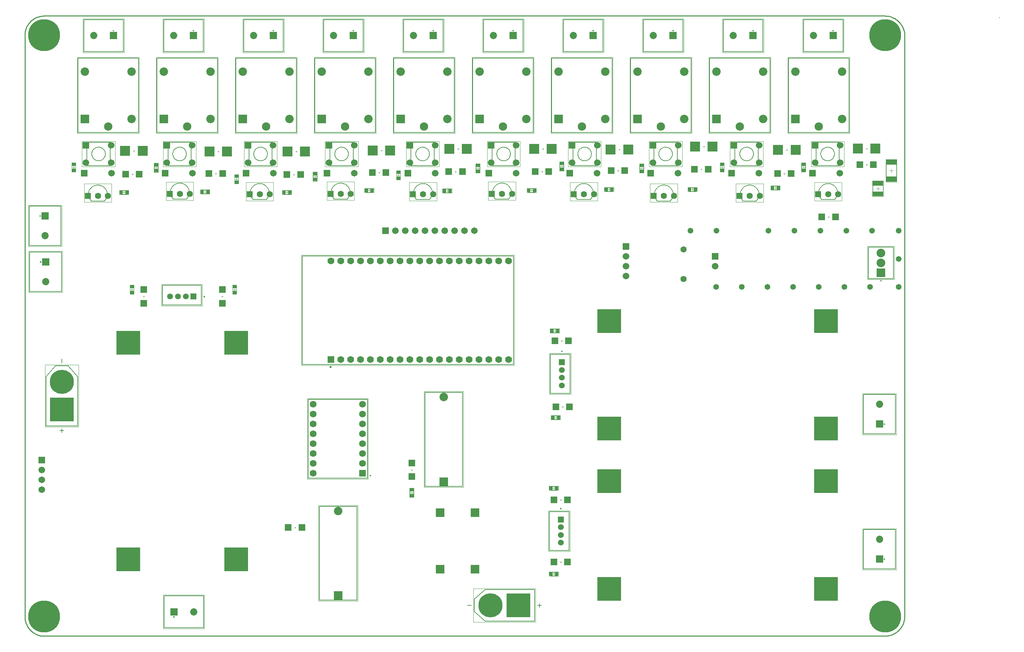
<source format=gts>
%FSTAX23Y23*%
%MOIN*%
%SFA1B1*%

%IPPOS*%
%ADD11C,0.007874*%
%ADD12C,0.005000*%
%ADD13C,0.010000*%
%ADD16C,0.003937*%
%ADD17C,0.011024*%
%ADD18C,0.001969*%
%ADD27R,0.086740X0.086740*%
%ADD28R,0.067055X0.067055*%
%ADD29R,0.110362X0.055244*%
%ADD30R,0.043433X0.035559*%
%ADD31R,0.035559X0.043433*%
%ADD32R,0.067055X0.067055*%
%ADD33R,0.098551X0.098551*%
%ADD34R,0.110362X0.051307*%
%ADD35C,0.085953*%
%ADD36C,0.084181*%
%ADD37R,0.085953X0.085953*%
%ADD38C,0.066976*%
%ADD39R,0.066976X0.066976*%
%ADD40C,0.322960*%
%ADD41C,0.063118*%
%ADD42C,0.067055*%
%ADD43R,0.068236X0.068236*%
%ADD44C,0.068236*%
%ADD45R,0.088315X0.088315*%
%ADD46C,0.088315*%
%ADD47R,0.072960X0.072960*%
%ADD48C,0.072960*%
%ADD49C,0.059496*%
%ADD50R,0.059496X0.059496*%
%ADD51R,0.072960X0.072960*%
%ADD52C,0.244220*%
%ADD53R,0.244220X0.244220*%
%ADD54R,0.063118X0.063118*%
%ADD55R,0.244220X0.244220*%
%ADD56R,0.069417X0.069417*%
%ADD57C,0.069417*%
%ADD58R,0.059496X0.059496*%
%ADD59C,0.058000*%
%LNpcb1-1*%
%LPD*%
G54D11*
X03504Y01627D02*
D01*
X03504Y01628*
X03504Y01628*
X03504Y01628*
X03504Y01629*
X03504Y01629*
X03504Y01629*
X03504Y01629*
X03504Y0163*
X03503Y0163*
X03503Y0163*
X03503Y0163*
X03503Y0163*
X03503Y01631*
X03502Y01631*
X03502Y01631*
X03502Y01631*
X03502Y01631*
X03501Y01631*
X03501Y01631*
X03501Y01631*
X03501Y01631*
X035Y01631*
X035*
X035Y01631*
X035Y01631*
X03499Y01631*
X03499Y01631*
X03499Y01631*
X03498Y01631*
X03498Y01631*
X03498Y01631*
X03498Y01631*
X03498Y0163*
X03497Y0163*
X03497Y0163*
X03497Y0163*
X03497Y0163*
X03497Y01629*
X03497Y01629*
X03497Y01629*
X03496Y01629*
X03496Y01628*
X03496Y01628*
X03496Y01628*
X03496Y01627*
X03496Y01627*
X03496Y01627*
X03496Y01627*
X03496Y01626*
X03497Y01626*
X03497Y01626*
X03497Y01626*
X03497Y01625*
X03497Y01625*
X03497Y01625*
X03497Y01625*
X03498Y01625*
X03498Y01624*
X03498Y01624*
X03498Y01624*
X03498Y01624*
X03499Y01624*
X03499Y01624*
X03499Y01624*
X035Y01624*
X035Y01624*
X035Y01624*
X035*
X03501Y01624*
X03501Y01624*
X03501Y01624*
X03501Y01624*
X03502Y01624*
X03502Y01624*
X03502Y01624*
X03502Y01624*
X03503Y01624*
X03503Y01625*
X03503Y01625*
X03503Y01625*
X03503Y01625*
X03504Y01625*
X03504Y01626*
X03504Y01626*
X03504Y01626*
X03504Y01626*
X03504Y01627*
X03504Y01627*
X03504Y01627*
X03504Y01627*
X08678Y03605D02*
D01*
X08678Y03605*
X08678Y03605*
X08678Y03605*
X08678Y03606*
X08678Y03606*
X08678Y03606*
X08678Y03606*
X08678Y03607*
X08678Y03607*
X08678Y03607*
X08677Y03607*
X08677Y03607*
X08677Y03608*
X08677Y03608*
X08676Y03608*
X08676Y03608*
X08676Y03608*
X08676Y03608*
X08675Y03608*
X08675Y03608*
X08675Y03608*
X08675Y03608*
X08674*
X08674Y03608*
X08674Y03608*
X08674Y03608*
X08673Y03608*
X08673Y03608*
X08673Y03608*
X08673Y03608*
X08672Y03608*
X08672Y03608*
X08672Y03607*
X08672Y03607*
X08671Y03607*
X08671Y03607*
X08671Y03607*
X08671Y03606*
X08671Y03606*
X08671Y03606*
X08671Y03606*
X08671Y03605*
X08671Y03605*
X08671Y03605*
X08671Y03605*
X08671Y03604*
X08671Y03604*
X08671Y03604*
X08671Y03603*
X08671Y03603*
X08671Y03603*
X08671Y03603*
X08671Y03602*
X08671Y03602*
X08671Y03602*
X08672Y03602*
X08672Y03602*
X08672Y03601*
X08672Y03601*
X08673Y03601*
X08673Y03601*
X08673Y03601*
X08673Y03601*
X08674Y03601*
X08674Y03601*
X08674Y03601*
X08674Y03601*
X08675*
X08675Y03601*
X08675Y03601*
X08675Y03601*
X08676Y03601*
X08676Y03601*
X08676Y03601*
X08676Y03601*
X08677Y03601*
X08677Y03601*
X08677Y03602*
X08677Y03602*
X08678Y03602*
X08678Y03602*
X08678Y03602*
X08678Y03603*
X08678Y03603*
X08678Y03603*
X08678Y03603*
X08678Y03604*
X08678Y03604*
X08678Y03604*
X08678Y03605*
X08193Y0614D02*
D01*
X08193Y0614*
X08193Y0614*
X08193Y0614*
X08193Y06141*
X08193Y06141*
X08193Y06141*
X08193Y06141*
X08193Y06142*
X08193Y06142*
X08193Y06142*
X08192Y06142*
X08192Y06142*
X08192Y06143*
X08192Y06143*
X08191Y06143*
X08191Y06143*
X08191Y06143*
X08191Y06143*
X0819Y06143*
X0819Y06143*
X0819Y06143*
X0819Y06143*
X08189*
X08189Y06143*
X08189Y06143*
X08189Y06143*
X08188Y06143*
X08188Y06143*
X08188Y06143*
X08188Y06143*
X08187Y06143*
X08187Y06143*
X08187Y06142*
X08187Y06142*
X08186Y06142*
X08186Y06142*
X08186Y06142*
X08186Y06141*
X08186Y06141*
X08186Y06141*
X08186Y06141*
X08186Y0614*
X08186Y0614*
X08186Y0614*
X08186Y0614*
X08186Y06139*
X08186Y06139*
X08186Y06139*
X08186Y06138*
X08186Y06138*
X08186Y06138*
X08186Y06138*
X08186Y06137*
X08186Y06137*
X08186Y06137*
X08187Y06137*
X08187Y06137*
X08187Y06136*
X08187Y06136*
X08188Y06136*
X08188Y06136*
X08188Y06136*
X08188Y06136*
X08189Y06136*
X08189Y06136*
X08189Y06136*
X08189Y06136*
X0819*
X0819Y06136*
X0819Y06136*
X0819Y06136*
X08191Y06136*
X08191Y06136*
X08191Y06136*
X08191Y06136*
X08192Y06136*
X08192Y06136*
X08192Y06137*
X08192Y06137*
X08193Y06137*
X08193Y06137*
X08193Y06137*
X08193Y06138*
X08193Y06138*
X08193Y06138*
X08193Y06138*
X08193Y06139*
X08193Y06139*
X08193Y06139*
X08193Y0614*
X07383D02*
D01*
X07383Y0614*
X07383Y0614*
X07383Y0614*
X07383Y06141*
X07383Y06141*
X07383Y06141*
X07383Y06141*
X07383Y06142*
X07382Y06142*
X07382Y06142*
X07382Y06142*
X07382Y06142*
X07382Y06143*
X07381Y06143*
X07381Y06143*
X07381Y06143*
X07381Y06143*
X0738Y06143*
X0738Y06143*
X0738Y06143*
X0738Y06143*
X07379Y06143*
X07379*
X07379Y06143*
X07379Y06143*
X07378Y06143*
X07378Y06143*
X07378Y06143*
X07377Y06143*
X07377Y06143*
X07377Y06143*
X07377Y06143*
X07377Y06142*
X07376Y06142*
X07376Y06142*
X07376Y06142*
X07376Y06142*
X07376Y06141*
X07376Y06141*
X07375Y06141*
X07375Y06141*
X07375Y0614*
X07375Y0614*
X07375Y0614*
X07375Y0614*
X07375Y06139*
X07375Y06139*
X07375Y06139*
X07375Y06138*
X07375Y06138*
X07376Y06138*
X07376Y06138*
X07376Y06137*
X07376Y06137*
X07376Y06137*
X07376Y06137*
X07377Y06137*
X07377Y06136*
X07377Y06136*
X07377Y06136*
X07377Y06136*
X07378Y06136*
X07378Y06136*
X07378Y06136*
X07379Y06136*
X07379Y06136*
X07379Y06136*
X07379*
X0738Y06136*
X0738Y06136*
X0738Y06136*
X0738Y06136*
X07381Y06136*
X07381Y06136*
X07381Y06136*
X07381Y06136*
X07382Y06136*
X07382Y06137*
X07382Y06137*
X07382Y06137*
X07382Y06137*
X07383Y06137*
X07383Y06138*
X07383Y06138*
X07383Y06138*
X07383Y06138*
X07383Y06139*
X07383Y06139*
X07383Y06139*
X07383Y0614*
X06573D02*
D01*
X06573Y0614*
X06573Y0614*
X06573Y0614*
X06573Y06141*
X06573Y06141*
X06572Y06141*
X06572Y06141*
X06572Y06142*
X06572Y06142*
X06572Y06142*
X06572Y06142*
X06572Y06142*
X06571Y06143*
X06571Y06143*
X06571Y06143*
X06571Y06143*
X0657Y06143*
X0657Y06143*
X0657Y06143*
X0657Y06143*
X06569Y06143*
X06569Y06143*
X06569*
X06568Y06143*
X06568Y06143*
X06568Y06143*
X06568Y06143*
X06567Y06143*
X06567Y06143*
X06567Y06143*
X06567Y06143*
X06566Y06143*
X06566Y06142*
X06566Y06142*
X06566Y06142*
X06566Y06142*
X06566Y06142*
X06565Y06141*
X06565Y06141*
X06565Y06141*
X06565Y06141*
X06565Y0614*
X06565Y0614*
X06565Y0614*
X06565Y0614*
X06565Y06139*
X06565Y06139*
X06565Y06139*
X06565Y06138*
X06565Y06138*
X06565Y06138*
X06565Y06138*
X06566Y06137*
X06566Y06137*
X06566Y06137*
X06566Y06137*
X06566Y06137*
X06566Y06136*
X06567Y06136*
X06567Y06136*
X06567Y06136*
X06567Y06136*
X06568Y06136*
X06568Y06136*
X06568Y06136*
X06568Y06136*
X06569Y06136*
X06569*
X06569Y06136*
X0657Y06136*
X0657Y06136*
X0657Y06136*
X0657Y06136*
X06571Y06136*
X06571Y06136*
X06571Y06136*
X06571Y06136*
X06572Y06137*
X06572Y06137*
X06572Y06137*
X06572Y06137*
X06572Y06137*
X06572Y06138*
X06572Y06138*
X06573Y06138*
X06573Y06138*
X06573Y06139*
X06573Y06139*
X06573Y06139*
X06573Y0614*
X01822Y03443D02*
D01*
X01822Y03443*
X01822Y03444*
X01822Y03444*
X01822Y03444*
X01822Y03445*
X01822Y03445*
X01822Y03445*
X01822Y03445*
X01822Y03445*
X01821Y03446*
X01821Y03446*
X01821Y03446*
X01821Y03446*
X01821Y03446*
X0182Y03447*
X0182Y03447*
X0182Y03447*
X0182Y03447*
X01819Y03447*
X01819Y03447*
X01819Y03447*
X01819Y03447*
X01818*
X01818Y03447*
X01818Y03447*
X01818Y03447*
X01817Y03447*
X01817Y03447*
X01817Y03447*
X01817Y03447*
X01816Y03446*
X01816Y03446*
X01816Y03446*
X01816Y03446*
X01815Y03446*
X01815Y03445*
X01815Y03445*
X01815Y03445*
X01815Y03445*
X01815Y03445*
X01815Y03444*
X01815Y03444*
X01815Y03444*
X01815Y03443*
X01815Y03443*
X01815Y03443*
X01815Y03443*
X01815Y03442*
X01815Y03442*
X01815Y03442*
X01815Y03442*
X01815Y03441*
X01815Y03441*
X01815Y03441*
X01815Y03441*
X01816Y0344*
X01816Y0344*
X01816Y0344*
X01816Y0344*
X01817Y0344*
X01817Y0344*
X01817Y0344*
X01817Y03439*
X01818Y03439*
X01818Y03439*
X01818Y03439*
X01818Y03439*
X01819*
X01819Y03439*
X01819Y03439*
X01819Y03439*
X0182Y03439*
X0182Y0344*
X0182Y0344*
X0182Y0344*
X01821Y0344*
X01821Y0344*
X01821Y0344*
X01821Y0344*
X01821Y03441*
X01822Y03441*
X01822Y03441*
X01822Y03441*
X01822Y03442*
X01822Y03442*
X01822Y03442*
X01822Y03442*
X01822Y03443*
X01822Y03443*
X01822Y03443*
X00163Y03795D02*
D01*
X00163Y03795*
X00163Y03795*
X00163Y03795*
X00163Y03796*
X00163Y03796*
X00163Y03796*
X00163Y03796*
X00163Y03797*
X00163Y03797*
X00163Y03797*
X00162Y03797*
X00162Y03797*
X00162Y03798*
X00162Y03798*
X00161Y03798*
X00161Y03798*
X00161Y03798*
X00161Y03798*
X0016Y03798*
X0016Y03798*
X0016Y03798*
X0016Y03798*
X00159*
X00159Y03798*
X00159Y03798*
X00159Y03798*
X00158Y03798*
X00158Y03798*
X00158Y03798*
X00158Y03798*
X00157Y03798*
X00157Y03798*
X00157Y03797*
X00157Y03797*
X00156Y03797*
X00156Y03797*
X00156Y03797*
X00156Y03796*
X00156Y03796*
X00156Y03796*
X00156Y03796*
X00156Y03795*
X00156Y03795*
X00156Y03795*
X00156Y03795*
X00156Y03794*
X00156Y03794*
X00156Y03794*
X00156Y03793*
X00156Y03793*
X00156Y03793*
X00156Y03793*
X00156Y03792*
X00156Y03792*
X00156Y03792*
X00157Y03792*
X00157Y03792*
X00157Y03791*
X00157Y03791*
X00158Y03791*
X00158Y03791*
X00158Y03791*
X00158Y03791*
X00159Y03791*
X00159Y03791*
X00159Y03791*
X00159Y03791*
X0016*
X0016Y03791*
X0016Y03791*
X0016Y03791*
X00161Y03791*
X00161Y03791*
X00161Y03791*
X00161Y03791*
X00162Y03791*
X00162Y03791*
X00162Y03792*
X00162Y03792*
X00163Y03792*
X00163Y03792*
X00163Y03792*
X00163Y03793*
X00163Y03793*
X00163Y03793*
X00163Y03793*
X00163Y03794*
X00163Y03794*
X00163Y03794*
X00163Y03795*
X01513Y00195D02*
D01*
X01513Y00195*
X01513Y00195*
X01513Y00195*
X01513Y00196*
X01513Y00196*
X01513Y00196*
X01513Y00196*
X01513Y00197*
X01513Y00197*
X01513Y00197*
X01512Y00197*
X01512Y00197*
X01512Y00198*
X01512Y00198*
X01511Y00198*
X01511Y00198*
X01511Y00198*
X01511Y00198*
X0151Y00198*
X0151Y00198*
X0151Y00198*
X0151Y00198*
X01509*
X01509Y00198*
X01509Y00198*
X01509Y00198*
X01508Y00198*
X01508Y00198*
X01508Y00198*
X01508Y00198*
X01507Y00198*
X01507Y00198*
X01507Y00197*
X01507Y00197*
X01506Y00197*
X01506Y00197*
X01506Y00197*
X01506Y00196*
X01506Y00196*
X01506Y00196*
X01506Y00196*
X01506Y00195*
X01506Y00195*
X01506Y00195*
X01506Y00195*
X01506Y00194*
X01506Y00194*
X01506Y00194*
X01506Y00193*
X01506Y00193*
X01506Y00193*
X01506Y00193*
X01506Y00192*
X01506Y00192*
X01506Y00192*
X01507Y00192*
X01507Y00192*
X01507Y00191*
X01507Y00191*
X01508Y00191*
X01508Y00191*
X01508Y00191*
X01508Y00191*
X01509Y00191*
X01509Y00191*
X01509Y00191*
X01509Y00191*
X0151*
X0151Y00191*
X0151Y00191*
X0151Y00191*
X01511Y00191*
X01511Y00191*
X01511Y00191*
X01511Y00191*
X01512Y00191*
X01512Y00191*
X01512Y00192*
X01512Y00192*
X01513Y00192*
X01513Y00192*
X01513Y00192*
X01513Y00193*
X01513Y00193*
X01513Y00193*
X01513Y00193*
X01513Y00194*
X01513Y00194*
X01513Y00194*
X01513Y00195*
X00901Y0614D02*
D01*
X00901Y0614*
X00901Y0614*
X00901Y0614*
X00901Y06141*
X009Y06141*
X009Y06141*
X009Y06141*
X009Y06142*
X009Y06142*
X009Y06142*
X009Y06142*
X00899Y06142*
X00899Y06143*
X00899Y06143*
X00899Y06143*
X00898Y06143*
X00898Y06143*
X00898Y06143*
X00898Y06143*
X00897Y06143*
X00897Y06143*
X00897Y06143*
X00897*
X00896Y06143*
X00896Y06143*
X00896Y06143*
X00896Y06143*
X00895Y06143*
X00895Y06143*
X00895Y06143*
X00895Y06143*
X00894Y06143*
X00894Y06142*
X00894Y06142*
X00894Y06142*
X00894Y06142*
X00893Y06142*
X00893Y06141*
X00893Y06141*
X00893Y06141*
X00893Y06141*
X00893Y0614*
X00893Y0614*
X00893Y0614*
X00893Y0614*
X00893Y06139*
X00893Y06139*
X00893Y06139*
X00893Y06138*
X00893Y06138*
X00893Y06138*
X00893Y06138*
X00893Y06137*
X00894Y06137*
X00894Y06137*
X00894Y06137*
X00894Y06137*
X00894Y06136*
X00895Y06136*
X00895Y06136*
X00895Y06136*
X00895Y06136*
X00896Y06136*
X00896Y06136*
X00896Y06136*
X00896Y06136*
X00897Y06136*
X00897*
X00897Y06136*
X00897Y06136*
X00898Y06136*
X00898Y06136*
X00898Y06136*
X00898Y06136*
X00899Y06136*
X00899Y06136*
X00899Y06136*
X00899Y06137*
X009Y06137*
X009Y06137*
X009Y06137*
X009Y06137*
X009Y06138*
X009Y06138*
X009Y06138*
X00901Y06138*
X00901Y06139*
X00901Y06139*
X00901Y06139*
X00901Y0614*
X01711D02*
D01*
X01711Y0614*
X01711Y0614*
X01711Y0614*
X01711Y06141*
X01711Y06141*
X01711Y06141*
X01711Y06141*
X0171Y06142*
X0171Y06142*
X0171Y06142*
X0171Y06142*
X0171Y06142*
X01709Y06143*
X01709Y06143*
X01709Y06143*
X01709Y06143*
X01709Y06143*
X01708Y06143*
X01708Y06143*
X01708Y06143*
X01707Y06143*
X01707Y06143*
X01707*
X01707Y06143*
X01706Y06143*
X01706Y06143*
X01706Y06143*
X01706Y06143*
X01705Y06143*
X01705Y06143*
X01705Y06143*
X01705Y06143*
X01704Y06142*
X01704Y06142*
X01704Y06142*
X01704Y06142*
X01704Y06142*
X01704Y06141*
X01703Y06141*
X01703Y06141*
X01703Y06141*
X01703Y0614*
X01703Y0614*
X01703Y0614*
X01703Y0614*
X01703Y06139*
X01703Y06139*
X01703Y06139*
X01703Y06138*
X01703Y06138*
X01703Y06138*
X01704Y06138*
X01704Y06137*
X01704Y06137*
X01704Y06137*
X01704Y06137*
X01704Y06137*
X01705Y06136*
X01705Y06136*
X01705Y06136*
X01705Y06136*
X01706Y06136*
X01706Y06136*
X01706Y06136*
X01706Y06136*
X01707Y06136*
X01707Y06136*
X01707*
X01707Y06136*
X01708Y06136*
X01708Y06136*
X01708Y06136*
X01709Y06136*
X01709Y06136*
X01709Y06136*
X01709Y06136*
X01709Y06136*
X0171Y06137*
X0171Y06137*
X0171Y06137*
X0171Y06137*
X0171Y06137*
X01711Y06138*
X01711Y06138*
X01711Y06138*
X01711Y06138*
X01711Y06139*
X01711Y06139*
X01711Y06139*
X01711Y0614*
X02521D02*
D01*
X02521Y0614*
X02521Y0614*
X02521Y0614*
X02521Y06141*
X02521Y06141*
X02521Y06141*
X02521Y06141*
X02521Y06142*
X02521Y06142*
X0252Y06142*
X0252Y06142*
X0252Y06142*
X0252Y06143*
X0252Y06143*
X02519Y06143*
X02519Y06143*
X02519Y06143*
X02519Y06143*
X02518Y06143*
X02518Y06143*
X02518Y06143*
X02517Y06143*
X02517*
X02517Y06143*
X02517Y06143*
X02516Y06143*
X02516Y06143*
X02516Y06143*
X02516Y06143*
X02515Y06143*
X02515Y06143*
X02515Y06143*
X02515Y06142*
X02515Y06142*
X02514Y06142*
X02514Y06142*
X02514Y06142*
X02514Y06141*
X02514Y06141*
X02514Y06141*
X02514Y06141*
X02513Y0614*
X02513Y0614*
X02513Y0614*
X02513Y0614*
X02513Y06139*
X02513Y06139*
X02513Y06139*
X02514Y06138*
X02514Y06138*
X02514Y06138*
X02514Y06138*
X02514Y06137*
X02514Y06137*
X02514Y06137*
X02515Y06137*
X02515Y06137*
X02515Y06136*
X02515Y06136*
X02515Y06136*
X02516Y06136*
X02516Y06136*
X02516Y06136*
X02516Y06136*
X02517Y06136*
X02517Y06136*
X02517Y06136*
X02517*
X02518Y06136*
X02518Y06136*
X02518Y06136*
X02519Y06136*
X02519Y06136*
X02519Y06136*
X02519Y06136*
X0252Y06136*
X0252Y06136*
X0252Y06137*
X0252Y06137*
X0252Y06137*
X02521Y06137*
X02521Y06137*
X02521Y06138*
X02521Y06138*
X02521Y06138*
X02521Y06138*
X02521Y06139*
X02521Y06139*
X02521Y06139*
X02521Y0614*
X03332D02*
D01*
X03332Y0614*
X03332Y0614*
X03332Y0614*
X03331Y06141*
X03331Y06141*
X03331Y06141*
X03331Y06141*
X03331Y06142*
X03331Y06142*
X03331Y06142*
X0333Y06142*
X0333Y06142*
X0333Y06143*
X0333Y06143*
X0333Y06143*
X03329Y06143*
X03329Y06143*
X03329Y06143*
X03329Y06143*
X03328Y06143*
X03328Y06143*
X03328Y06143*
X03328*
X03327Y06143*
X03327Y06143*
X03327Y06143*
X03326Y06143*
X03326Y06143*
X03326Y06143*
X03326Y06143*
X03325Y06143*
X03325Y06143*
X03325Y06142*
X03325Y06142*
X03325Y06142*
X03324Y06142*
X03324Y06142*
X03324Y06141*
X03324Y06141*
X03324Y06141*
X03324Y06141*
X03324Y0614*
X03324Y0614*
X03324Y0614*
X03324Y0614*
X03324Y06139*
X03324Y06139*
X03324Y06139*
X03324Y06138*
X03324Y06138*
X03324Y06138*
X03324Y06138*
X03324Y06137*
X03324Y06137*
X03325Y06137*
X03325Y06137*
X03325Y06137*
X03325Y06136*
X03325Y06136*
X03326Y06136*
X03326Y06136*
X03326Y06136*
X03326Y06136*
X03327Y06136*
X03327Y06136*
X03327Y06136*
X03328Y06136*
X03328*
X03328Y06136*
X03328Y06136*
X03329Y06136*
X03329Y06136*
X03329Y06136*
X03329Y06136*
X0333Y06136*
X0333Y06136*
X0333Y06136*
X0333Y06137*
X0333Y06137*
X03331Y06137*
X03331Y06137*
X03331Y06137*
X03331Y06138*
X03331Y06138*
X03331Y06138*
X03331Y06138*
X03332Y06139*
X03332Y06139*
X03332Y06139*
X03332Y0614*
X04142D02*
D01*
X04142Y0614*
X04142Y0614*
X04142Y0614*
X04142Y06141*
X04142Y06141*
X04142Y06141*
X04141Y06141*
X04141Y06142*
X04141Y06142*
X04141Y06142*
X04141Y06142*
X04141Y06142*
X0414Y06143*
X0414Y06143*
X0414Y06143*
X0414Y06143*
X04139Y06143*
X04139Y06143*
X04139Y06143*
X04139Y06143*
X04138Y06143*
X04138Y06143*
X04138*
X04138Y06143*
X04137Y06143*
X04137Y06143*
X04137Y06143*
X04136Y06143*
X04136Y06143*
X04136Y06143*
X04136Y06143*
X04136Y06143*
X04135Y06142*
X04135Y06142*
X04135Y06142*
X04135Y06142*
X04135Y06142*
X04134Y06141*
X04134Y06141*
X04134Y06141*
X04134Y06141*
X04134Y0614*
X04134Y0614*
X04134Y0614*
X04134Y0614*
X04134Y06139*
X04134Y06139*
X04134Y06139*
X04134Y06138*
X04134Y06138*
X04134Y06138*
X04134Y06138*
X04135Y06137*
X04135Y06137*
X04135Y06137*
X04135Y06137*
X04135Y06137*
X04136Y06136*
X04136Y06136*
X04136Y06136*
X04136Y06136*
X04136Y06136*
X04137Y06136*
X04137Y06136*
X04137Y06136*
X04138Y06136*
X04138Y06136*
X04138*
X04138Y06136*
X04139Y06136*
X04139Y06136*
X04139Y06136*
X04139Y06136*
X0414Y06136*
X0414Y06136*
X0414Y06136*
X0414Y06136*
X04141Y06137*
X04141Y06137*
X04141Y06137*
X04141Y06137*
X04141Y06137*
X04141Y06138*
X04142Y06138*
X04142Y06138*
X04142Y06138*
X04142Y06139*
X04142Y06139*
X04142Y06139*
X04142Y0614*
X04952D02*
D01*
X04952Y0614*
X04952Y0614*
X04952Y0614*
X04952Y06141*
X04952Y06141*
X04952Y06141*
X04952Y06141*
X04952Y06142*
X04951Y06142*
X04951Y06142*
X04951Y06142*
X04951Y06142*
X04951Y06143*
X0495Y06143*
X0495Y06143*
X0495Y06143*
X0495Y06143*
X04949Y06143*
X04949Y06143*
X04949Y06143*
X04949Y06143*
X04948Y06143*
X04948*
X04948Y06143*
X04948Y06143*
X04947Y06143*
X04947Y06143*
X04947Y06143*
X04947Y06143*
X04946Y06143*
X04946Y06143*
X04946Y06143*
X04946Y06142*
X04945Y06142*
X04945Y06142*
X04945Y06142*
X04945Y06142*
X04945Y06141*
X04945Y06141*
X04945Y06141*
X04944Y06141*
X04944Y0614*
X04944Y0614*
X04944Y0614*
X04944Y0614*
X04944Y06139*
X04944Y06139*
X04944Y06139*
X04944Y06138*
X04945Y06138*
X04945Y06138*
X04945Y06138*
X04945Y06137*
X04945Y06137*
X04945Y06137*
X04945Y06137*
X04946Y06137*
X04946Y06136*
X04946Y06136*
X04946Y06136*
X04947Y06136*
X04947Y06136*
X04947Y06136*
X04947Y06136*
X04948Y06136*
X04948Y06136*
X04948Y06136*
X04948*
X04949Y06136*
X04949Y06136*
X04949Y06136*
X04949Y06136*
X0495Y06136*
X0495Y06136*
X0495Y06136*
X0495Y06136*
X04951Y06136*
X04951Y06137*
X04951Y06137*
X04951Y06137*
X04951Y06137*
X04952Y06137*
X04952Y06138*
X04952Y06138*
X04952Y06138*
X04952Y06138*
X04952Y06139*
X04952Y06139*
X04952Y06139*
X04952Y0614*
X05763D02*
D01*
X05763Y0614*
X05762Y0614*
X05762Y0614*
X05762Y06141*
X05762Y06141*
X05762Y06141*
X05762Y06141*
X05762Y06142*
X05762Y06142*
X05762Y06142*
X05761Y06142*
X05761Y06142*
X05761Y06143*
X05761Y06143*
X05761Y06143*
X0576Y06143*
X0576Y06143*
X0576Y06143*
X0576Y06143*
X05759Y06143*
X05759Y06143*
X05759Y06143*
X05758*
X05758Y06143*
X05758Y06143*
X05758Y06143*
X05757Y06143*
X05757Y06143*
X05757Y06143*
X05757Y06143*
X05756Y06143*
X05756Y06143*
X05756Y06142*
X05756Y06142*
X05756Y06142*
X05755Y06142*
X05755Y06142*
X05755Y06141*
X05755Y06141*
X05755Y06141*
X05755Y06141*
X05755Y0614*
X05755Y0614*
X05755Y0614*
X05755Y0614*
X05755Y06139*
X05755Y06139*
X05755Y06139*
X05755Y06138*
X05755Y06138*
X05755Y06138*
X05755Y06138*
X05755Y06137*
X05755Y06137*
X05756Y06137*
X05756Y06137*
X05756Y06137*
X05756Y06136*
X05756Y06136*
X05757Y06136*
X05757Y06136*
X05757Y06136*
X05757Y06136*
X05758Y06136*
X05758Y06136*
X05758Y06136*
X05758Y06136*
X05759*
X05759Y06136*
X05759Y06136*
X0576Y06136*
X0576Y06136*
X0576Y06136*
X0576Y06136*
X05761Y06136*
X05761Y06136*
X05761Y06136*
X05761Y06137*
X05761Y06137*
X05762Y06137*
X05762Y06137*
X05762Y06137*
X05762Y06138*
X05762Y06138*
X05762Y06138*
X05762Y06138*
X05762Y06139*
X05762Y06139*
X05763Y06139*
X05763Y0614*
X08713Y0078D02*
D01*
X08713Y0078*
X08713Y0078*
X08713Y0078*
X08713Y00781*
X08713Y00781*
X08713Y00781*
X08713Y00781*
X08713Y00782*
X08713Y00782*
X08713Y00782*
X08712Y00782*
X08712Y00782*
X08712Y00783*
X08712Y00783*
X08711Y00783*
X08711Y00783*
X08711Y00783*
X08711Y00783*
X0871Y00783*
X0871Y00783*
X0871Y00783*
X0871Y00783*
X08709*
X08709Y00783*
X08709Y00783*
X08709Y00783*
X08708Y00783*
X08708Y00783*
X08708Y00783*
X08708Y00783*
X08707Y00783*
X08707Y00783*
X08707Y00782*
X08707Y00782*
X08706Y00782*
X08706Y00782*
X08706Y00782*
X08706Y00781*
X08706Y00781*
X08706Y00781*
X08706Y00781*
X08706Y0078*
X08706Y0078*
X08706Y0078*
X08706Y0078*
X08706Y00779*
X08706Y00779*
X08706Y00779*
X08706Y00778*
X08706Y00778*
X08706Y00778*
X08706Y00778*
X08706Y00777*
X08706Y00777*
X08706Y00777*
X08707Y00777*
X08707Y00777*
X08707Y00776*
X08707Y00776*
X08708Y00776*
X08708Y00776*
X08708Y00776*
X08708Y00776*
X08709Y00776*
X08709Y00776*
X08709Y00776*
X08709Y00776*
X0871*
X0871Y00776*
X0871Y00776*
X0871Y00776*
X08711Y00776*
X08711Y00776*
X08711Y00776*
X08711Y00776*
X08712Y00776*
X08712Y00776*
X08712Y00777*
X08712Y00777*
X08713Y00777*
X08713Y00777*
X08713Y00777*
X08713Y00778*
X08713Y00778*
X08713Y00778*
X08713Y00778*
X08713Y00779*
X08713Y00779*
X08713Y00779*
X08713Y0078*
X00158Y0426D02*
D01*
X00158Y0426*
X00158Y0426*
X00158Y0426*
X00158Y04261*
X00158Y04261*
X00158Y04261*
X00158Y04261*
X00158Y04262*
X00158Y04262*
X00158Y04262*
X00157Y04262*
X00157Y04262*
X00157Y04263*
X00157Y04263*
X00156Y04263*
X00156Y04263*
X00156Y04263*
X00156Y04263*
X00155Y04263*
X00155Y04263*
X00155Y04263*
X00155Y04263*
X00154*
X00154Y04263*
X00154Y04263*
X00154Y04263*
X00153Y04263*
X00153Y04263*
X00153Y04263*
X00153Y04263*
X00152Y04263*
X00152Y04263*
X00152Y04262*
X00152Y04262*
X00151Y04262*
X00151Y04262*
X00151Y04262*
X00151Y04261*
X00151Y04261*
X00151Y04261*
X00151Y04261*
X00151Y0426*
X00151Y0426*
X00151Y0426*
X00151Y0426*
X00151Y04259*
X00151Y04259*
X00151Y04259*
X00151Y04258*
X00151Y04258*
X00151Y04258*
X00151Y04258*
X00151Y04257*
X00151Y04257*
X00151Y04257*
X00152Y04257*
X00152Y04257*
X00152Y04256*
X00152Y04256*
X00153Y04256*
X00153Y04256*
X00153Y04256*
X00153Y04256*
X00154Y04256*
X00154Y04256*
X00154Y04256*
X00154Y04256*
X00155*
X00155Y04256*
X00155Y04256*
X00155Y04256*
X00156Y04256*
X00156Y04256*
X00156Y04256*
X00156Y04256*
X00157Y04256*
X00157Y04256*
X00157Y04257*
X00157Y04257*
X00158Y04257*
X00158Y04257*
X00158Y04257*
X00158Y04258*
X00158Y04258*
X00158Y04258*
X00158Y04258*
X00158Y04259*
X00158Y04259*
X00158Y04259*
X00158Y0426*
X08713Y0215D02*
D01*
X08713Y0215*
X08713Y0215*
X08713Y0215*
X08713Y02151*
X08713Y02151*
X08713Y02151*
X08713Y02151*
X08713Y02152*
X08713Y02152*
X08713Y02152*
X08712Y02152*
X08712Y02152*
X08712Y02153*
X08712Y02153*
X08711Y02153*
X08711Y02153*
X08711Y02153*
X08711Y02153*
X0871Y02153*
X0871Y02153*
X0871Y02153*
X0871Y02153*
X08709*
X08709Y02153*
X08709Y02153*
X08709Y02153*
X08708Y02153*
X08708Y02153*
X08708Y02153*
X08708Y02153*
X08707Y02153*
X08707Y02153*
X08707Y02152*
X08707Y02152*
X08706Y02152*
X08706Y02152*
X08706Y02152*
X08706Y02151*
X08706Y02151*
X08706Y02151*
X08706Y02151*
X08706Y0215*
X08706Y0215*
X08706Y0215*
X08706Y0215*
X08706Y02149*
X08706Y02149*
X08706Y02149*
X08706Y02148*
X08706Y02148*
X08706Y02148*
X08706Y02148*
X08706Y02147*
X08706Y02147*
X08706Y02147*
X08707Y02147*
X08707Y02147*
X08707Y02146*
X08707Y02146*
X08708Y02146*
X08708Y02146*
X08708Y02146*
X08708Y02146*
X08709Y02146*
X08709Y02146*
X08709Y02146*
X08709Y02146*
X0871*
X0871Y02146*
X0871Y02146*
X0871Y02146*
X08711Y02146*
X08711Y02146*
X08711Y02146*
X08711Y02146*
X08712Y02146*
X08712Y02146*
X08712Y02147*
X08712Y02147*
X08713Y02147*
X08713Y02147*
X08713Y02147*
X08713Y02148*
X08713Y02148*
X08713Y02148*
X08713Y02148*
X08713Y02149*
X08713Y02149*
X08713Y02149*
X08713Y0215*
X05435Y01292D02*
D01*
X05435Y01292*
X05435Y01293*
X05435Y01293*
X05435Y01293*
X05435Y01294*
X05434Y01294*
X05434Y01294*
X05434Y01294*
X05434Y01295*
X05434Y01295*
X05434Y01295*
X05433Y01295*
X05433Y01295*
X05433Y01295*
X05433Y01296*
X05433Y01296*
X05432Y01296*
X05432Y01296*
X05432Y01296*
X05432Y01296*
X05431Y01296*
X05431Y01296*
X05431*
X0543Y01296*
X0543Y01296*
X0543Y01296*
X0543Y01296*
X05429Y01296*
X05429Y01296*
X05429Y01296*
X05429Y01295*
X05428Y01295*
X05428Y01295*
X05428Y01295*
X05428Y01295*
X05428Y01295*
X05427Y01294*
X05427Y01294*
X05427Y01294*
X05427Y01294*
X05427Y01293*
X05427Y01293*
X05427Y01293*
X05427Y01292*
X05427Y01292*
X05427Y01292*
X05427Y01292*
X05427Y01291*
X05427Y01291*
X05427Y01291*
X05427Y01291*
X05427Y0129*
X05427Y0129*
X05428Y0129*
X05428Y0129*
X05428Y01289*
X05428Y01289*
X05428Y01289*
X05429Y01289*
X05429Y01289*
X05429Y01289*
X05429Y01289*
X0543Y01288*
X0543Y01288*
X0543Y01288*
X0543Y01288*
X05431Y01288*
X05431*
X05431Y01288*
X05432Y01288*
X05432Y01288*
X05432Y01288*
X05432Y01289*
X05433Y01289*
X05433Y01289*
X05433Y01289*
X05433Y01289*
X05433Y01289*
X05434Y01289*
X05434Y0129*
X05434Y0129*
X05434Y0129*
X05434Y0129*
X05434Y01291*
X05435Y01291*
X05435Y01291*
X05435Y01291*
X05435Y01292*
X05435Y01292*
X05435Y01292*
X05445Y02887D02*
D01*
X05445Y02887*
X05445Y02888*
X05445Y02888*
X05445Y02888*
X05445Y02889*
X05444Y02889*
X05444Y02889*
X05444Y02889*
X05444Y0289*
X05444Y0289*
X05444Y0289*
X05443Y0289*
X05443Y0289*
X05443Y0289*
X05443Y02891*
X05443Y02891*
X05442Y02891*
X05442Y02891*
X05442Y02891*
X05442Y02891*
X05441Y02891*
X05441Y02891*
X05441*
X0544Y02891*
X0544Y02891*
X0544Y02891*
X0544Y02891*
X05439Y02891*
X05439Y02891*
X05439Y02891*
X05439Y0289*
X05438Y0289*
X05438Y0289*
X05438Y0289*
X05438Y0289*
X05438Y0289*
X05437Y02889*
X05437Y02889*
X05437Y02889*
X05437Y02889*
X05437Y02888*
X05437Y02888*
X05437Y02888*
X05437Y02887*
X05437Y02887*
X05437Y02887*
X05437Y02887*
X05437Y02886*
X05437Y02886*
X05437Y02886*
X05437Y02886*
X05437Y02885*
X05437Y02885*
X05438Y02885*
X05438Y02885*
X05438Y02884*
X05438Y02884*
X05438Y02884*
X05439Y02884*
X05439Y02884*
X05439Y02884*
X05439Y02884*
X0544Y02883*
X0544Y02883*
X0544Y02883*
X0544Y02883*
X05441Y02883*
X05441*
X05441Y02883*
X05442Y02883*
X05442Y02883*
X05442Y02883*
X05442Y02884*
X05443Y02884*
X05443Y02884*
X05443Y02884*
X05443Y02884*
X05443Y02884*
X05444Y02884*
X05444Y02885*
X05444Y02885*
X05444Y02885*
X05444Y02885*
X05444Y02886*
X05445Y02886*
X05445Y02886*
X05445Y02886*
X05445Y02887*
X05445Y02887*
X05445Y02887*
G54D12*
X03278Y0489D02*
D01*
X03278Y04894*
X03278Y04899*
X03277Y04904*
X03276Y04909*
X03274Y04913*
X03272Y04918*
X0327Y04922*
X03268Y04926*
X03265Y0493*
X03262Y04934*
X03259Y04937*
X03255Y04941*
X03252Y04944*
X03248Y04947*
X03244Y04949*
X03239Y04952*
X03235Y04954*
X03231Y04955*
X03226Y04957*
X03221Y04958*
X03216Y04958*
X03212Y04959*
X03207*
X03202Y04958*
X03197Y04958*
X03192Y04957*
X03188Y04955*
X03183Y04954*
X03179Y04952*
X03175Y04949*
X03171Y04947*
X03167Y04944*
X03163Y04941*
X03159Y04937*
X03156Y04934*
X03153Y0493*
X03151Y04926*
X03148Y04922*
X03146Y04918*
X03144Y04913*
X03143Y04909*
X03142Y04904*
X03141Y04899*
X0314Y04894*
X0314Y0489*
X0314Y04885*
X03141Y0488*
X03142Y04875*
X03143Y0487*
X03144Y04866*
X03146Y04861*
X03148Y04857*
X03151Y04853*
X03153Y04849*
X03156Y04845*
X03159Y04842*
X03163Y04838*
X03167Y04835*
X03171Y04832*
X03175Y0483*
X03179Y04827*
X03183Y04825*
X03188Y04824*
X03192Y04822*
X03197Y04821*
X03202Y04821*
X03207Y0482*
X03212*
X03216Y04821*
X03221Y04821*
X03226Y04822*
X03231Y04824*
X03235Y04825*
X03239Y04827*
X03244Y0483*
X03248Y04832*
X03252Y04835*
X03255Y04838*
X03259Y04842*
X03262Y04845*
X03265Y04849*
X03268Y04853*
X0327Y04857*
X03272Y04861*
X03274Y04866*
X03276Y0487*
X03277Y04875*
X03278Y0488*
X03278Y04885*
X03278Y0489*
X07383D02*
D01*
X07383Y04894*
X07382Y04899*
X07381Y04904*
X0738Y04909*
X07379Y04913*
X07377Y04918*
X07375Y04922*
X07372Y04926*
X0737Y0493*
X07367Y04934*
X07363Y04937*
X0736Y04941*
X07356Y04944*
X07352Y04947*
X07348Y04949*
X07344Y04952*
X0734Y04954*
X07335Y04955*
X0733Y04957*
X07326Y04958*
X07321Y04958*
X07316Y04959*
X07311*
X07306Y04958*
X07302Y04958*
X07297Y04957*
X07292Y04955*
X07288Y04954*
X07283Y04952*
X07279Y04949*
X07275Y04947*
X07271Y04944*
X07267Y04941*
X07264Y04937*
X07261Y04934*
X07258Y0493*
X07255Y04926*
X07253Y04922*
X0725Y04918*
X07249Y04913*
X07247Y04909*
X07246Y04904*
X07245Y04899*
X07245Y04894*
X07245Y0489*
X07245Y04885*
X07245Y0488*
X07246Y04875*
X07247Y0487*
X07249Y04866*
X0725Y04861*
X07253Y04857*
X07255Y04853*
X07258Y04849*
X07261Y04845*
X07264Y04842*
X07267Y04838*
X07271Y04835*
X07275Y04832*
X07279Y0483*
X07283Y04827*
X07288Y04825*
X07292Y04824*
X07297Y04822*
X07302Y04821*
X07306Y04821*
X07311Y0482*
X07316*
X07321Y04821*
X07326Y04821*
X0733Y04822*
X07335Y04824*
X0734Y04825*
X07344Y04827*
X07348Y0483*
X07352Y04832*
X07356Y04835*
X0736Y04838*
X07363Y04842*
X07367Y04845*
X0737Y04849*
X07372Y04853*
X07375Y04857*
X07377Y04861*
X07379Y04866*
X0738Y0487*
X07381Y04875*
X07382Y0488*
X07383Y04885*
X07383Y0489*
X06562D02*
D01*
X06562Y04894*
X06561Y04899*
X0656Y04904*
X06559Y04909*
X06558Y04913*
X06556Y04918*
X06554Y04922*
X06551Y04926*
X06549Y0493*
X06546Y04934*
X06542Y04937*
X06539Y04941*
X06535Y04944*
X06531Y04947*
X06527Y04949*
X06523Y04952*
X06519Y04954*
X06514Y04955*
X06509Y04957*
X06505Y04958*
X065Y04958*
X06495Y04959*
X0649*
X06486Y04958*
X06481Y04958*
X06476Y04957*
X06471Y04955*
X06467Y04954*
X06462Y04952*
X06458Y04949*
X06454Y04947*
X0645Y04944*
X06446Y04941*
X06443Y04937*
X0644Y04934*
X06437Y0493*
X06434Y04926*
X06432Y04922*
X0643Y04918*
X06428Y04913*
X06426Y04909*
X06425Y04904*
X06424Y04899*
X06424Y04894*
X06424Y0489*
X06424Y04885*
X06424Y0488*
X06425Y04875*
X06426Y0487*
X06428Y04866*
X0643Y04861*
X06432Y04857*
X06434Y04853*
X06437Y04849*
X0644Y04845*
X06443Y04842*
X06446Y04838*
X0645Y04835*
X06454Y04832*
X06458Y0483*
X06462Y04827*
X06467Y04825*
X06471Y04824*
X06476Y04822*
X06481Y04821*
X06486Y04821*
X0649Y0482*
X06495*
X065Y04821*
X06505Y04821*
X06509Y04822*
X06514Y04824*
X06519Y04825*
X06523Y04827*
X06527Y0483*
X06531Y04832*
X06535Y04835*
X06539Y04838*
X06542Y04842*
X06546Y04845*
X06549Y04849*
X06551Y04853*
X06554Y04857*
X06556Y04861*
X06558Y04866*
X06559Y0487*
X0656Y04875*
X06561Y0488*
X06562Y04885*
X06562Y0489*
X05741D02*
D01*
X05741Y04894*
X0574Y04899*
X05739Y04904*
X05738Y04909*
X05737Y04913*
X05735Y04918*
X05733Y04922*
X0573Y04926*
X05728Y0493*
X05725Y04934*
X05722Y04937*
X05718Y04941*
X05714Y04944*
X0571Y04947*
X05706Y04949*
X05702Y04952*
X05698Y04954*
X05693Y04955*
X05689Y04957*
X05684Y04958*
X05679Y04958*
X05674Y04959*
X05669*
X05665Y04958*
X0566Y04958*
X05655Y04957*
X0565Y04955*
X05646Y04954*
X05642Y04952*
X05637Y04949*
X05633Y04947*
X05629Y04944*
X05626Y04941*
X05622Y04937*
X05619Y04934*
X05616Y0493*
X05613Y04926*
X05611Y04922*
X05609Y04918*
X05607Y04913*
X05605Y04909*
X05604Y04904*
X05603Y04899*
X05603Y04894*
X05603Y0489*
X05603Y04885*
X05603Y0488*
X05604Y04875*
X05605Y0487*
X05607Y04866*
X05609Y04861*
X05611Y04857*
X05613Y04853*
X05616Y04849*
X05619Y04845*
X05622Y04842*
X05626Y04838*
X05629Y04835*
X05633Y04832*
X05637Y0483*
X05642Y04827*
X05646Y04825*
X0565Y04824*
X05655Y04822*
X0566Y04821*
X05665Y04821*
X05669Y0482*
X05674*
X05679Y04821*
X05684Y04821*
X05689Y04822*
X05693Y04824*
X05698Y04825*
X05702Y04827*
X05706Y0483*
X0571Y04832*
X05714Y04835*
X05718Y04838*
X05722Y04842*
X05725Y04845*
X05728Y04849*
X0573Y04853*
X05733Y04857*
X05735Y04861*
X05737Y04866*
X05738Y0487*
X05739Y04875*
X0574Y0488*
X05741Y04885*
X05741Y0489*
X0492D02*
D01*
X0492Y04894*
X04919Y04899*
X04919Y04904*
X04917Y04909*
X04916Y04913*
X04914Y04918*
X04912Y04922*
X0491Y04926*
X04907Y0493*
X04904Y04934*
X04901Y04937*
X04897Y04941*
X04894Y04944*
X0489Y04947*
X04886Y04949*
X04881Y04952*
X04877Y04954*
X04872Y04955*
X04868Y04957*
X04863Y04958*
X04858Y04958*
X04853Y04959*
X04849*
X04844Y04958*
X04839Y04958*
X04834Y04957*
X0483Y04955*
X04825Y04954*
X04821Y04952*
X04816Y04949*
X04812Y04947*
X04808Y04944*
X04805Y04941*
X04801Y04937*
X04798Y04934*
X04795Y0493*
X04792Y04926*
X0479Y04922*
X04788Y04918*
X04786Y04913*
X04785Y04909*
X04783Y04904*
X04783Y04899*
X04782Y04894*
X04782Y0489*
X04782Y04885*
X04783Y0488*
X04783Y04875*
X04785Y0487*
X04786Y04866*
X04788Y04861*
X0479Y04857*
X04792Y04853*
X04795Y04849*
X04798Y04845*
X04801Y04842*
X04805Y04838*
X04808Y04835*
X04812Y04832*
X04816Y0483*
X04821Y04827*
X04825Y04825*
X0483Y04824*
X04834Y04822*
X04839Y04821*
X04844Y04821*
X04849Y0482*
X04853*
X04858Y04821*
X04863Y04821*
X04868Y04822*
X04872Y04824*
X04877Y04825*
X04881Y04827*
X04886Y0483*
X0489Y04832*
X04894Y04835*
X04897Y04838*
X04901Y04842*
X04904Y04845*
X04907Y04849*
X0491Y04853*
X04912Y04857*
X04914Y04861*
X04916Y04866*
X04917Y0487*
X04919Y04875*
X04919Y0488*
X0492Y04885*
X0492Y0489*
X04099D02*
D01*
X04099Y04894*
X04099Y04899*
X04098Y04904*
X04097Y04909*
X04095Y04913*
X04093Y04918*
X04091Y04922*
X04089Y04926*
X04086Y0493*
X04083Y04934*
X0408Y04937*
X04076Y04941*
X04073Y04944*
X04069Y04947*
X04065Y04949*
X0406Y04952*
X04056Y04954*
X04051Y04955*
X04047Y04957*
X04042Y04958*
X04037Y04958*
X04032Y04959*
X04028*
X04023Y04958*
X04018Y04958*
X04013Y04957*
X04009Y04955*
X04004Y04954*
X04Y04952*
X03996Y04949*
X03991Y04947*
X03988Y04944*
X03984Y04941*
X0398Y04937*
X03977Y04934*
X03974Y0493*
X03971Y04926*
X03969Y04922*
X03967Y04918*
X03965Y04913*
X03964Y04909*
X03962Y04904*
X03962Y04899*
X03961Y04894*
X03961Y0489*
X03961Y04885*
X03962Y0488*
X03962Y04875*
X03964Y0487*
X03965Y04866*
X03967Y04861*
X03969Y04857*
X03971Y04853*
X03974Y04849*
X03977Y04845*
X0398Y04842*
X03984Y04838*
X03988Y04835*
X03991Y04832*
X03996Y0483*
X04Y04827*
X04004Y04825*
X04009Y04824*
X04013Y04822*
X04018Y04821*
X04023Y04821*
X04028Y0482*
X04032*
X04037Y04821*
X04042Y04821*
X04047Y04822*
X04051Y04824*
X04056Y04825*
X0406Y04827*
X04065Y0483*
X04069Y04832*
X04073Y04835*
X04076Y04838*
X0408Y04842*
X04083Y04845*
X04086Y04849*
X04089Y04853*
X04091Y04857*
X04093Y04861*
X04095Y04866*
X04097Y0487*
X04098Y04875*
X04099Y0488*
X04099Y04885*
X04099Y0489*
X02457D02*
D01*
X02457Y04894*
X02457Y04899*
X02456Y04904*
X02455Y04909*
X02453Y04913*
X02451Y04918*
X02449Y04922*
X02447Y04926*
X02444Y0493*
X02441Y04934*
X02438Y04937*
X02435Y04941*
X02431Y04944*
X02427Y04947*
X02423Y04949*
X02419Y04952*
X02414Y04954*
X0241Y04955*
X02405Y04957*
X024Y04958*
X02396Y04958*
X02391Y04959*
X02386*
X02381Y04958*
X02376Y04958*
X02372Y04957*
X02367Y04955*
X02362Y04954*
X02358Y04952*
X02354Y04949*
X0235Y04947*
X02346Y04944*
X02342Y04941*
X02339Y04937*
X02335Y04934*
X02332Y0493*
X0233Y04926*
X02327Y04922*
X02325Y04918*
X02323Y04913*
X02322Y04909*
X02321Y04904*
X0232Y04899*
X02319Y04894*
X02319Y0489*
X02319Y04885*
X0232Y0488*
X02321Y04875*
X02322Y0487*
X02323Y04866*
X02325Y04861*
X02327Y04857*
X0233Y04853*
X02332Y04849*
X02335Y04845*
X02339Y04842*
X02342Y04838*
X02346Y04835*
X0235Y04832*
X02354Y0483*
X02358Y04827*
X02362Y04825*
X02367Y04824*
X02372Y04822*
X02376Y04821*
X02381Y04821*
X02386Y0482*
X02391*
X02396Y04821*
X024Y04821*
X02405Y04822*
X0241Y04824*
X02414Y04825*
X02419Y04827*
X02423Y0483*
X02427Y04832*
X02431Y04835*
X02435Y04838*
X02438Y04842*
X02441Y04845*
X02444Y04849*
X02447Y04853*
X02449Y04857*
X02451Y04861*
X02453Y04866*
X02455Y0487*
X02456Y04875*
X02457Y0488*
X02457Y04885*
X02457Y0489*
X01637D02*
D01*
X01636Y04894*
X01636Y04899*
X01635Y04904*
X01634Y04909*
X01632Y04913*
X01631Y04918*
X01628Y04922*
X01626Y04926*
X01623Y0493*
X0162Y04934*
X01617Y04937*
X01614Y04941*
X0161Y04944*
X01606Y04947*
X01602Y04949*
X01598Y04952*
X01593Y04954*
X01589Y04955*
X01584Y04957*
X01579Y04958*
X01575Y04958*
X0157Y04959*
X01565*
X0156Y04958*
X01555Y04958*
X01551Y04957*
X01546Y04955*
X01542Y04954*
X01537Y04952*
X01533Y04949*
X01529Y04947*
X01525Y04944*
X01521Y04941*
X01518Y04937*
X01515Y04934*
X01512Y0493*
X01509Y04926*
X01506Y04922*
X01504Y04918*
X01503Y04913*
X01501Y04909*
X015Y04904*
X01499Y04899*
X01499Y04894*
X01498Y0489*
X01499Y04885*
X01499Y0488*
X015Y04875*
X01501Y0487*
X01503Y04866*
X01504Y04861*
X01506Y04857*
X01509Y04853*
X01512Y04849*
X01515Y04845*
X01518Y04842*
X01521Y04838*
X01525Y04835*
X01529Y04832*
X01533Y0483*
X01537Y04827*
X01542Y04825*
X01546Y04824*
X01551Y04822*
X01555Y04821*
X0156Y04821*
X01565Y0482*
X0157*
X01575Y04821*
X01579Y04821*
X01584Y04822*
X01589Y04824*
X01593Y04825*
X01598Y04827*
X01602Y0483*
X01606Y04832*
X0161Y04835*
X01614Y04838*
X01617Y04842*
X0162Y04845*
X01623Y04849*
X01626Y04853*
X01628Y04857*
X01631Y04861*
X01632Y04866*
X01634Y0487*
X01635Y04875*
X01636Y0488*
X01636Y04885*
X01637Y0489*
X00816D02*
D01*
X00815Y04894*
X00815Y04899*
X00814Y04904*
X00813Y04909*
X00811Y04913*
X0081Y04918*
X00808Y04922*
X00805Y04926*
X00802Y0493*
X00799Y04934*
X00796Y04937*
X00793Y04941*
X00789Y04944*
X00785Y04947*
X00781Y04949*
X00777Y04952*
X00772Y04954*
X00768Y04955*
X00763Y04957*
X00759Y04958*
X00754Y04958*
X00749Y04959*
X00744*
X00739Y04958*
X00735Y04958*
X0073Y04957*
X00725Y04955*
X00721Y04954*
X00716Y04952*
X00712Y04949*
X00708Y04947*
X00704Y04944*
X007Y04941*
X00697Y04937*
X00694Y04934*
X00691Y0493*
X00688Y04926*
X00686Y04922*
X00683Y04918*
X00682Y04913*
X0068Y04909*
X00679Y04904*
X00678Y04899*
X00678Y04894*
X00677Y0489*
X00678Y04885*
X00678Y0488*
X00679Y04875*
X0068Y0487*
X00682Y04866*
X00683Y04861*
X00686Y04857*
X00688Y04853*
X00691Y04849*
X00694Y04845*
X00697Y04842*
X007Y04838*
X00704Y04835*
X00708Y04832*
X00712Y0483*
X00716Y04827*
X00721Y04825*
X00725Y04824*
X0073Y04822*
X00735Y04821*
X00739Y04821*
X00744Y0482*
X00749*
X00754Y04821*
X00759Y04821*
X00763Y04822*
X00768Y04824*
X00772Y04825*
X00777Y04827*
X00781Y0483*
X00785Y04832*
X00789Y04835*
X00793Y04838*
X00796Y04842*
X00799Y04845*
X00802Y04849*
X00805Y04853*
X00808Y04857*
X0081Y04861*
X00811Y04866*
X00813Y0487*
X00814Y04875*
X00815Y0488*
X00815Y04885*
X00816Y0489*
X04739Y04485D02*
D01*
X04743Y04474*
X04747Y04464*
X04753Y04454*
X04758Y04444*
X04765Y04435*
X04767Y04433*
X04902D02*
D01*
X04909Y04442*
X04915Y04451*
X0492Y04461*
X04925Y04472*
X04929Y04482*
X0493Y04485*
X04929Y04484D02*
D01*
X0493Y04491*
X0493Y04498*
X0493Y04504*
X04929Y04511*
X04928Y04518*
X04927Y04524*
X04925Y0453*
X04922Y04537*
X04919Y04543*
X04916Y04548*
X04912Y04554*
X04908Y04559*
X04903Y04564*
X04899Y04569*
X04894Y04573*
X04888Y04577*
X04882Y04581*
X04877Y04584*
X0487Y04586*
X04864Y04589*
X04858Y04591*
X04851Y04592*
X04845Y04593*
X04838Y04593*
X04831*
X04824Y04593*
X04818Y04592*
X04811Y04591*
X04805Y04589*
X04799Y04586*
X04792Y04584*
X04787Y04581*
X04781Y04577*
X04775Y04573*
X0477Y04569*
X04766Y04564*
X04761Y04559*
X04757Y04554*
X04753Y04548*
X0475Y04543*
X04747Y04537*
X04744Y0453*
X04742Y04524*
X04741Y04518*
X0474Y04511*
X04739Y04504*
X04739Y04498*
X04739Y04491*
X0474Y04484*
X00644Y04465D02*
D01*
X00648Y04454*
X00652Y04444*
X00658Y04434*
X00663Y04424*
X0067Y04415*
X00672Y04413*
X00807D02*
D01*
X00814Y04422*
X0082Y04431*
X00825Y04441*
X0083Y04452*
X00834Y04462*
X00835Y04465*
X00834Y04464D02*
D01*
X00835Y04471*
X00835Y04478*
X00835Y04484*
X00834Y04491*
X00833Y04498*
X00832Y04504*
X0083Y0451*
X00827Y04517*
X00824Y04523*
X00821Y04528*
X00817Y04534*
X00813Y04539*
X00808Y04544*
X00804Y04549*
X00799Y04553*
X00793Y04557*
X00787Y04561*
X00782Y04564*
X00775Y04566*
X00769Y04569*
X00763Y04571*
X00756Y04572*
X0075Y04573*
X00743Y04573*
X00736*
X00729Y04573*
X00723Y04572*
X00716Y04571*
X0071Y04569*
X00704Y04566*
X00697Y04564*
X00692Y04561*
X00686Y04557*
X0068Y04553*
X00675Y04549*
X00671Y04544*
X00666Y04539*
X00662Y04534*
X00658Y04528*
X00655Y04523*
X00652Y04517*
X00649Y0451*
X00647Y04504*
X00646Y04498*
X00645Y04491*
X00644Y04484*
X00644Y04478*
X00644Y04471*
X00645Y04464*
X01474Y04484D02*
D01*
X01478Y04474*
X01482Y04463*
X01488Y04453*
X01493Y04444*
X015Y04435*
X01502Y04432*
X01637D02*
D01*
X01644Y04441*
X0165Y04451*
X01655Y04461*
X0166Y04471*
X01664Y04482*
X01665Y04484*
X01664Y04484D02*
D01*
X01665Y04491*
X01665Y04497*
X01665Y04504*
X01664Y04511*
X01663Y04517*
X01662Y04524*
X0166Y0453*
X01657Y04536*
X01654Y04542*
X01651Y04548*
X01647Y04554*
X01643Y04559*
X01638Y04564*
X01634Y04568*
X01629Y04573*
X01623Y04577*
X01617Y0458*
X01612Y04583*
X01605Y04586*
X01599Y04588*
X01593Y0459*
X01586Y04592*
X0158Y04593*
X01573Y04593*
X01566*
X01559Y04593*
X01553Y04592*
X01546Y0459*
X0154Y04588*
X01534Y04586*
X01527Y04583*
X01522Y0458*
X01516Y04577*
X0151Y04573*
X01505Y04568*
X01501Y04564*
X01496Y04559*
X01492Y04554*
X01488Y04548*
X01485Y04542*
X01482Y04536*
X01479Y0453*
X01477Y04524*
X01476Y04517*
X01475Y04511*
X01474Y04504*
X01474Y04497*
X01474Y04491*
X01475Y04484*
X02284Y0448D02*
D01*
X02288Y04469*
X02292Y04459*
X02298Y04449*
X02303Y04439*
X0231Y0443*
X02312Y04428*
X02447D02*
D01*
X02454Y04437*
X0246Y04446*
X02465Y04456*
X0247Y04467*
X02474Y04477*
X02475Y0448*
X02474Y04479D02*
D01*
X02475Y04486*
X02475Y04493*
X02475Y04499*
X02474Y04506*
X02473Y04513*
X02472Y04519*
X0247Y04525*
X02467Y04532*
X02464Y04538*
X02461Y04543*
X02457Y04549*
X02453Y04554*
X02448Y04559*
X02444Y04564*
X02439Y04568*
X02433Y04572*
X02427Y04576*
X02422Y04579*
X02415Y04581*
X02409Y04584*
X02403Y04586*
X02396Y04587*
X0239Y04588*
X02383Y04588*
X02376*
X02369Y04588*
X02363Y04587*
X02356Y04586*
X0235Y04584*
X02344Y04581*
X02337Y04579*
X02332Y04576*
X02326Y04572*
X0232Y04568*
X02315Y04564*
X02311Y04559*
X02306Y04554*
X02302Y04549*
X02298Y04543*
X02295Y04538*
X02292Y04532*
X02289Y04525*
X02287Y04519*
X02286Y04513*
X02285Y04506*
X02284Y04499*
X02284Y04493*
X02284Y04486*
X02285Y04479*
X03104Y04485D02*
D01*
X03108Y04474*
X03112Y04464*
X03118Y04454*
X03123Y04444*
X0313Y04435*
X03132Y04433*
X03267D02*
D01*
X03274Y04442*
X0328Y04451*
X03285Y04461*
X0329Y04472*
X03294Y04482*
X03295Y04485*
X03294Y04484D02*
D01*
X03295Y04491*
X03295Y04498*
X03295Y04504*
X03294Y04511*
X03293Y04518*
X03292Y04524*
X0329Y0453*
X03287Y04537*
X03284Y04543*
X03281Y04548*
X03277Y04554*
X03273Y04559*
X03268Y04564*
X03264Y04569*
X03259Y04573*
X03253Y04577*
X03247Y04581*
X03242Y04584*
X03235Y04586*
X03229Y04589*
X03223Y04591*
X03216Y04592*
X0321Y04593*
X03203Y04593*
X03196*
X03189Y04593*
X03183Y04592*
X03176Y04591*
X0317Y04589*
X03164Y04586*
X03157Y04584*
X03152Y04581*
X03146Y04577*
X0314Y04573*
X03135Y04569*
X03131Y04564*
X03126Y04559*
X03122Y04554*
X03118Y04548*
X03115Y04543*
X03112Y04537*
X03109Y0453*
X03107Y04524*
X03106Y04518*
X03105Y04511*
X03104Y04504*
X03104Y04498*
X03104Y04491*
X03105Y04484*
X05569Y0448D02*
D01*
X05573Y04469*
X05577Y04459*
X05583Y04449*
X05588Y04439*
X05595Y0443*
X05597Y04428*
X05732D02*
D01*
X05739Y04437*
X05745Y04446*
X0575Y04456*
X05755Y04467*
X05759Y04477*
X0576Y0448*
X05759Y04479D02*
D01*
X0576Y04486*
X0576Y04493*
X0576Y04499*
X05759Y04506*
X05758Y04513*
X05757Y04519*
X05755Y04525*
X05752Y04532*
X05749Y04538*
X05746Y04543*
X05742Y04549*
X05738Y04554*
X05733Y04559*
X05729Y04564*
X05724Y04568*
X05718Y04572*
X05712Y04576*
X05707Y04579*
X057Y04581*
X05694Y04584*
X05688Y04586*
X05681Y04587*
X05675Y04588*
X05668Y04588*
X05661*
X05654Y04588*
X05648Y04587*
X05641Y04586*
X05635Y04584*
X05629Y04581*
X05622Y04579*
X05617Y04576*
X05611Y04572*
X05605Y04568*
X056Y04564*
X05596Y04559*
X05591Y04554*
X05587Y04549*
X05583Y04543*
X0558Y04538*
X05577Y04532*
X05574Y04525*
X05572Y04519*
X05571Y04513*
X0557Y04506*
X05569Y04499*
X05569Y04493*
X05569Y04486*
X0557Y04479*
X08044Y0448D02*
D01*
X08048Y04469*
X08052Y04459*
X08058Y04449*
X08063Y04439*
X0807Y0443*
X08072Y04428*
X08207D02*
D01*
X08214Y04437*
X0822Y04446*
X08225Y04456*
X0823Y04467*
X08234Y04477*
X08235Y0448*
X08234Y04479D02*
D01*
X08235Y04486*
X08235Y04493*
X08235Y04499*
X08234Y04506*
X08233Y04513*
X08232Y04519*
X0823Y04525*
X08227Y04532*
X08224Y04538*
X08221Y04543*
X08217Y04549*
X08213Y04554*
X08208Y04559*
X08204Y04564*
X08199Y04568*
X08193Y04572*
X08187Y04576*
X08182Y04579*
X08175Y04581*
X08169Y04584*
X08163Y04586*
X08156Y04587*
X0815Y04588*
X08143Y04588*
X08136*
X08129Y04588*
X08123Y04587*
X08116Y04586*
X0811Y04584*
X08104Y04581*
X08097Y04579*
X08092Y04576*
X08086Y04572*
X0808Y04568*
X08075Y04564*
X08071Y04559*
X08066Y04554*
X08062Y04549*
X08058Y04543*
X08055Y04538*
X08052Y04532*
X08049Y04525*
X08047Y04519*
X08046Y04513*
X08045Y04506*
X08044Y04499*
X08044Y04493*
X08044Y04486*
X08045Y04479*
X03939Y0448D02*
D01*
X03943Y04469*
X03947Y04459*
X03953Y04449*
X03958Y04439*
X03965Y0443*
X03967Y04428*
X04102D02*
D01*
X04109Y04437*
X04115Y04446*
X0412Y04456*
X04125Y04467*
X04129Y04477*
X0413Y0448*
X04129Y04479D02*
D01*
X0413Y04486*
X0413Y04493*
X0413Y04499*
X04129Y04506*
X04128Y04513*
X04127Y04519*
X04125Y04525*
X04122Y04532*
X04119Y04538*
X04116Y04543*
X04112Y04549*
X04108Y04554*
X04103Y04559*
X04099Y04564*
X04094Y04568*
X04088Y04572*
X04082Y04576*
X04077Y04579*
X0407Y04581*
X04064Y04584*
X04058Y04586*
X04051Y04587*
X04045Y04588*
X04038Y04588*
X04031*
X04024Y04588*
X04018Y04587*
X04011Y04586*
X04005Y04584*
X03999Y04581*
X03992Y04579*
X03987Y04576*
X03981Y04572*
X03975Y04568*
X0397Y04564*
X03966Y04559*
X03961Y04554*
X03957Y04549*
X03953Y04543*
X0395Y04538*
X03947Y04532*
X03944Y04525*
X03942Y04519*
X03941Y04513*
X0394Y04506*
X03939Y04499*
X03939Y04493*
X03939Y04486*
X0394Y04479*
X06379Y04465D02*
D01*
X06383Y04454*
X06387Y04444*
X06393Y04434*
X06398Y04424*
X06405Y04415*
X06407Y04413*
X06542D02*
D01*
X06549Y04422*
X06555Y04431*
X0656Y04441*
X06565Y04452*
X06569Y04462*
X0657Y04465*
X06569Y04464D02*
D01*
X0657Y04471*
X0657Y04478*
X0657Y04484*
X06569Y04491*
X06568Y04498*
X06567Y04504*
X06565Y0451*
X06562Y04517*
X06559Y04523*
X06556Y04528*
X06552Y04534*
X06548Y04539*
X06543Y04544*
X06539Y04549*
X06534Y04553*
X06528Y04557*
X06522Y04561*
X06517Y04564*
X0651Y04566*
X06504Y04569*
X06498Y04571*
X06491Y04572*
X06485Y04573*
X06478Y04573*
X06471*
X06464Y04573*
X06458Y04572*
X06451Y04571*
X06445Y04569*
X06439Y04566*
X06432Y04564*
X06427Y04561*
X06421Y04557*
X06415Y04553*
X0641Y04549*
X06406Y04544*
X06401Y04539*
X06397Y04534*
X06393Y04528*
X0639Y04523*
X06387Y04517*
X06384Y0451*
X06382Y04504*
X06381Y04498*
X0638Y04491*
X06379Y04484*
X06379Y04478*
X06379Y04471*
X0638Y04464*
X07249Y04465D02*
D01*
X07253Y04454*
X07257Y04444*
X07263Y04434*
X07268Y04424*
X07275Y04415*
X07277Y04413*
X07412D02*
D01*
X07419Y04422*
X07425Y04431*
X0743Y04441*
X07435Y04452*
X07439Y04462*
X0744Y04465*
X07439Y04464D02*
D01*
X0744Y04471*
X0744Y04478*
X0744Y04484*
X07439Y04491*
X07438Y04498*
X07437Y04504*
X07435Y0451*
X07432Y04517*
X07429Y04523*
X07426Y04528*
X07422Y04534*
X07418Y04539*
X07413Y04544*
X07409Y04549*
X07404Y04553*
X07398Y04557*
X07392Y04561*
X07387Y04564*
X0738Y04566*
X07374Y04569*
X07368Y04571*
X07361Y04572*
X07355Y04573*
X07348Y04573*
X07341*
X07334Y04573*
X07328Y04572*
X07321Y04571*
X07315Y04569*
X07309Y04566*
X07302Y04564*
X07297Y04561*
X07291Y04557*
X07285Y04553*
X0728Y04549*
X07276Y04544*
X07271Y04539*
X07267Y04534*
X07263Y04528*
X0726Y04523*
X07257Y04517*
X07254Y0451*
X07252Y04504*
X07251Y04498*
X0725Y04491*
X07249Y04484*
X07249Y04478*
X07249Y04471*
X0725Y04464*
X08204Y0489D02*
D01*
X08203Y04894*
X08203Y04899*
X08202Y04904*
X08201Y04909*
X08199Y04913*
X08198Y04918*
X08196Y04922*
X08193Y04926*
X0819Y0493*
X08187Y04934*
X08184Y04937*
X08181Y04941*
X08177Y04944*
X08173Y04947*
X08169Y04949*
X08165Y04952*
X0816Y04954*
X08156Y04955*
X08151Y04957*
X08146Y04958*
X08142Y04958*
X08137Y04959*
X08132*
X08127Y04958*
X08123Y04958*
X08118Y04957*
X08113Y04955*
X08109Y04954*
X08104Y04952*
X081Y04949*
X08096Y04947*
X08092Y04944*
X08088Y04941*
X08085Y04937*
X08082Y04934*
X08079Y0493*
X08076Y04926*
X08073Y04922*
X08071Y04918*
X0807Y04913*
X08068Y04909*
X08067Y04904*
X08066Y04899*
X08066Y04894*
X08065Y0489*
X08066Y04885*
X08066Y0488*
X08067Y04875*
X08068Y0487*
X0807Y04866*
X08071Y04861*
X08073Y04857*
X08076Y04853*
X08079Y04849*
X08082Y04845*
X08085Y04842*
X08088Y04838*
X08092Y04835*
X08096Y04832*
X081Y0483*
X08104Y04827*
X08109Y04825*
X08113Y04824*
X08118Y04822*
X08123Y04821*
X08127Y04821*
X08132Y0482*
X08137*
X08142Y04821*
X08146Y04821*
X08151Y04822*
X08156Y04824*
X0816Y04825*
X08165Y04827*
X08169Y0483*
X08173Y04832*
X08177Y04835*
X08181Y04838*
X08184Y04842*
X08187Y04845*
X0819Y04849*
X08193Y04853*
X08196Y04857*
X08198Y04861*
X08199Y04866*
X08201Y0487*
X08202Y04875*
X08203Y0488*
X08203Y04885*
X08204Y0489*
X0835Y05109D02*
Y0586D01*
X07739D02*
X0835D01*
X07739Y05109D02*
Y0586D01*
Y05109D02*
X0835D01*
X03091Y05007D02*
X03327D01*
Y04772D02*
Y05007D01*
X03091Y04772D02*
X03327D01*
X03091D02*
Y05007D01*
X0515Y05109D02*
Y0586D01*
X04539D02*
X0515D01*
X04539Y05109D02*
Y0586D01*
Y05109D02*
X0515D01*
X0435D02*
Y0586D01*
X03739D02*
X0435D01*
X03739Y05109D02*
Y0586D01*
Y05109D02*
X0435D01*
X01339D02*
X0195D01*
X01339D02*
Y0586D01*
X0195*
Y05109D02*
Y0586D01*
X0287Y016D02*
X0347D01*
X0287D02*
Y024D01*
X0347*
Y016D02*
Y024D01*
X08547Y03625D02*
Y03944D01*
X08802*
Y03625D02*
Y03944D01*
X08547Y03625D02*
X08802D01*
X0789Y05928D02*
X0829D01*
X0789D02*
Y06251D01*
X0829*
Y05928D02*
Y06251D01*
X07079Y05928D02*
X07479D01*
X07079D02*
Y06251D01*
X07479*
Y05928D02*
Y06251D01*
X06669Y05928D02*
Y06251D01*
X06269D02*
X06669D01*
X06269Y05928D02*
Y06251D01*
Y05928D02*
X06669D01*
X01787Y03359D02*
Y03559D01*
X01393D02*
X01787D01*
X01393Y03359D02*
Y03559D01*
Y03359D02*
X01787D01*
X04054Y01519D02*
X04435D01*
X04054D02*
Y0247D01*
X04435*
Y01519D02*
Y0247D01*
X00371Y03495D02*
Y03895D01*
X00048Y03495D02*
X00371D01*
X00048D02*
Y03895D01*
X00371*
X0141Y00083D02*
Y00406D01*
Y00083D02*
X0181D01*
Y00406*
X0141D02*
X0181D01*
X00354Y02083D02*
X00393D01*
X00374Y02063D02*
Y02103D01*
Y02772D02*
Y02811D01*
X00214Y02632D02*
X00311Y02742D01*
X00437D02*
X00533Y02632D01*
X00214Y02132D02*
X00533D01*
Y02632*
X00311Y02742D02*
X00437D01*
X00214Y02132D02*
Y02632D01*
X00597Y05928D02*
X00997D01*
X00597D02*
Y06251D01*
X00997*
Y05928D02*
Y06251D01*
X01407Y05928D02*
X01807D01*
X01407D02*
Y06251D01*
X01807*
Y05928D02*
Y06251D01*
X02217Y05928D02*
X02617D01*
X02217D02*
Y06251D01*
X02617*
Y05928D02*
Y06251D01*
X03428Y05928D02*
Y06251D01*
X03028D02*
X03428D01*
X03028Y05928D02*
Y06251D01*
Y05928D02*
X03428D01*
X03838D02*
X04238D01*
X03838D02*
Y06251D01*
X04238*
Y05928D02*
Y06251D01*
X04648Y05928D02*
X05048D01*
X04648D02*
Y06251D01*
X05048*
Y05928D02*
Y06251D01*
X05459Y05928D02*
X05859D01*
X05459D02*
Y06251D01*
X05859*
Y05928D02*
Y06251D01*
X07196Y04772D02*
Y05007D01*
Y04772D02*
X07432D01*
Y05007*
X07196D02*
X07432D01*
X06939Y05109D02*
X0755D01*
X06939D02*
Y0586D01*
X0755*
Y05109D02*
Y0586D01*
X06375Y04772D02*
Y05007D01*
Y04772D02*
X06611D01*
Y05007*
X06375D02*
X06611D01*
X05554Y04772D02*
Y05007D01*
Y04772D02*
X0579D01*
Y05007*
X05554D02*
X0579D01*
X04733D02*
X04969D01*
Y04772D02*
Y05007D01*
X04733Y04772D02*
X04969D01*
X04733D02*
Y05007D01*
X03912D02*
X04148D01*
Y04772D02*
Y05007D01*
X03912Y04772D02*
X04148D01*
X03912D02*
Y05007D01*
X0227Y04772D02*
Y05007D01*
Y04772D02*
X02506D01*
Y05007*
X0227D02*
X02506D01*
X0145D02*
X01685D01*
Y04772D02*
Y05007D01*
X0145Y04772D02*
X01685D01*
X0145D02*
Y05007D01*
X00629Y04772D02*
Y05007D01*
Y04772D02*
X00864D01*
Y05007*
X00629D02*
X00864D01*
X04767Y04432D02*
X04902D01*
X00672Y04412D02*
X00807D01*
X01502Y04432D02*
X01637D01*
X02312Y04427D02*
X02447D01*
X03132Y04432D02*
X03267D01*
X05597Y04427D02*
X05732D01*
X08072D02*
X08207D01*
X03967D02*
X04102D01*
X06407Y04412D02*
X06542D01*
X07277D02*
X07412D01*
X08017Y05007D02*
X08252D01*
Y04772D02*
Y05007D01*
X08017Y04772D02*
X08252D01*
X08017D02*
Y05007D01*
X04665Y00151D02*
X05165D01*
X04554Y00247D02*
Y00373D01*
X04665Y0047D02*
X05165D01*
Y00151D02*
Y0047D01*
X04554Y00373D02*
X04665Y0047D01*
X04554Y00247D02*
X04665Y00151D01*
X04485Y0031D02*
X04525D01*
X05194D02*
X05234D01*
X05214Y00291D02*
Y0033D01*
X05339Y05109D02*
X0595D01*
X05339D02*
Y0586D01*
X0595*
Y05109D02*
Y0586D01*
X06139Y05109D02*
X0675D01*
X06139D02*
Y0586D01*
X0675*
Y05109D02*
Y0586D01*
X0115Y05109D02*
Y0586D01*
X00539D02*
X0115D01*
X00539Y05109D02*
Y0586D01*
Y05109D02*
X0115D01*
X02139D02*
X0275D01*
X02139D02*
Y0586D01*
X0275*
Y05109D02*
Y0586D01*
X02939Y05109D02*
X0355D01*
X02939D02*
Y0586D01*
X0355*
Y05109D02*
Y0586D01*
X03365Y00364D02*
Y01315D01*
X02984D02*
X03365D01*
X02984Y00364D02*
Y01315D01*
Y00364D02*
X03365D01*
X08498Y0068D02*
Y0108D01*
X08821*
Y0068D02*
Y0108D01*
X08498Y0068D02*
X08821D01*
X00366Y0396D02*
Y0436D01*
X00043Y0396D02*
X00366D01*
X00043D02*
Y0436D01*
X00366*
X08498Y0205D02*
Y0245D01*
X08821*
Y0205D02*
Y0245D01*
X08498Y0205D02*
X08821D01*
X02811Y02755D02*
Y03854D01*
X04952*
Y02755D02*
Y03854D01*
X02811Y02755D02*
X04952D01*
X05515Y00867D02*
Y01261D01*
X05315Y00867D02*
X05515D01*
X05315D02*
Y01261D01*
X05515*
X05525Y02462D02*
Y02856D01*
X05325Y02462D02*
X05525D01*
X05325D02*
Y02856D01*
X05525*
G54D13*
X00195Y0629D02*
D01*
X00181Y06289*
X00167Y06288*
X00154Y06285*
X00141Y06282*
X00128Y06278*
X00115Y06273*
X00103Y06267*
X00091Y0626*
X0008Y06252*
X00069Y06244*
X00059Y06235*
X0005Y06225*
X00041Y06215*
X00033Y06204*
X00026Y06192*
X00019Y0618*
X00014Y06168*
X00009Y06155*
X00005Y06142*
X00002Y06128*
X00001Y06115*
X0Y06101*
X0Y06095*
X08915Y0609D02*
D01*
X08914Y06103*
X08913Y06117*
X0891Y06131*
X08907Y06145*
X08902Y06158*
X08897Y06171*
X08891Y06183*
X08884Y06195*
X08876Y06207*
X08868Y06218*
X08858Y06228*
X08848Y06238*
X08838Y06247*
X08826Y06255*
X08815Y06263*
X08802Y06269*
X08789Y06275*
X08776Y0628*
X08763Y06284*
X08749Y06286*
X08735Y06288*
X08721Y06289*
X08715Y0629*
Y0D02*
D01*
X08728Y0*
X08742Y00001*
X08756Y00004*
X0877Y00007*
X08783Y00012*
X08796Y00017*
X08808Y00023*
X0882Y0003*
X08832Y00038*
X08843Y00046*
X08853Y00056*
X08863Y00066*
X08872Y00076*
X0888Y00088*
X08888Y001*
X08894Y00112*
X089Y00125*
X08905Y00138*
X08909Y00151*
X08911Y00165*
X08913Y00179*
X08914Y00193*
X08915Y002*
X0Y00196D02*
D01*
X0Y00183*
X00001Y00169*
X00004Y00155*
X00007Y00142*
X00011Y00129*
X00017Y00116*
X00023Y00104*
X00029Y00092*
X00037Y00081*
X00046Y0007*
X00055Y0006*
X00065Y0005*
X00075Y00041*
X00086Y00033*
X00098Y00026*
X0011Y00019*
X00123Y00014*
X00136Y00009*
X00149Y00005*
X00162Y00002*
X00176Y00001*
X00189Y0*
X00196Y0*
X08915Y0609D02*
Y002D01*
X00195Y0629D02*
X08715D01*
X00196Y0D02*
X08715D01*
X0Y00196D02*
Y061D01*
X09874Y06274D02*
D01*
Y06275D01*
G54D16*
X0543Y00742D02*
Y00757D01*
X05422Y0075D02*
X05438D01*
X0545Y02317D02*
Y02332D01*
X05442Y02325D02*
X05458D01*
X05422Y0138D02*
X05438D01*
X0543Y01372D02*
Y01387D01*
X0392Y01677D02*
Y01692D01*
X03912Y01685D02*
X03927D01*
X0544Y02987D02*
Y03002D01*
X05432Y02995D02*
X05448D01*
X01205Y03436D02*
Y03452D01*
X01197Y03444D02*
X01212D01*
X02Y03436D02*
Y03452D01*
X01992Y03444D02*
X02007D01*
X06872Y04965D02*
X06887D01*
X0688Y04957D02*
Y04972D01*
X06017Y04935D02*
X06032D01*
X06025Y04927D02*
Y04942D01*
X07688Y0469D02*
X07703D01*
X07696Y04682D02*
Y04697D01*
X0273Y011D02*
X02746D01*
X02738Y01092D02*
Y01107D01*
X08522Y0478D02*
X08537D01*
X0853Y04772D02*
Y04787D01*
X08522Y04945D02*
X08537D01*
X0853Y04937D02*
Y04952D01*
X0109Y04677D02*
Y04692D01*
X01082Y04685D02*
X01097D01*
X02725Y04672D02*
Y04687D01*
X02717Y0468D02*
X02732D01*
X0601Y04712D02*
Y04727D01*
X06002Y0472D02*
X06017D01*
X01935Y04682D02*
Y04697D01*
X01927Y0469D02*
X01942D01*
X06855Y04727D02*
Y04742D01*
X06847Y04735D02*
X06862D01*
X0359Y04692D02*
Y04707D01*
X03582Y047D02*
X03597D01*
X04365Y04702D02*
Y04717D01*
X04357Y0471D02*
X04372D01*
X0524Y04702D02*
Y04717D01*
X05232Y0471D02*
X05247D01*
X01105Y04912D02*
Y04927D01*
X01097Y0492D02*
X01112D01*
X08145Y04242D02*
Y04257D01*
X08137Y0425D02*
X08152D01*
X0196Y04907D02*
Y04922D01*
X01952Y04915D02*
X01967D01*
X0275Y04907D02*
Y04922D01*
X02742Y04915D02*
X02757D01*
X03613Y04917D02*
Y04932D01*
X03605Y04925D02*
X03621D01*
X0439Y04932D02*
Y04947D01*
X04382Y0494D02*
X04397D01*
X0525Y04932D02*
Y04947D01*
X05242Y0494D02*
X05257D01*
X07721Y04922D02*
Y04937D01*
X07713Y0493D02*
X07729D01*
X08727Y04821D02*
X08832D01*
X08727Y04618D02*
X08832D01*
Y04821*
X08727Y04618D02*
Y04821D01*
X02106Y03481D02*
Y03548D01*
X02143Y03481D02*
Y03548D01*
X02106Y03481D02*
X02143D01*
X02106Y03548D02*
X02143D01*
X03938Y01422D02*
Y01488D01*
X03901Y01422D02*
Y01488D01*
X03938*
X03901Y01422D02*
X03938D01*
X05326Y01481D02*
X05393D01*
X05326Y01518D02*
X05393D01*
Y01481D02*
Y01518D01*
X05326Y01481D02*
Y01518D01*
Y00611D02*
X05393D01*
X05326Y00648D02*
X05393D01*
Y00611D02*
Y00648D01*
X05326Y00611D02*
Y00648D01*
X05346Y02196D02*
X05413D01*
X05346Y02233D02*
X05413D01*
Y02196D02*
Y02233D01*
X05346Y02196D02*
Y02233D01*
X05336Y03076D02*
X05403D01*
X05336Y03113D02*
X05403D01*
Y03076D02*
Y03113D01*
X05336Y03076D02*
Y03113D01*
X02921Y04626D02*
Y04693D01*
X02958Y04626D02*
Y04693D01*
X02921Y04626D02*
X02958D01*
X02921Y04693D02*
X02958D01*
X00476Y04721D02*
Y04788D01*
X00513Y04721D02*
Y04788D01*
X00476Y04721D02*
X00513D01*
X00476Y04788D02*
X00513D01*
X02126Y04601D02*
Y04668D01*
X02163Y04601D02*
Y04668D01*
X02126Y04601D02*
X02163D01*
X02126Y04668D02*
X02163D01*
X01311Y04716D02*
Y04783D01*
X01348Y04716D02*
Y04783D01*
X01311Y04716D02*
X01348D01*
X01311Y04783D02*
X01348D01*
X00971Y04518D02*
X01037D01*
X00971Y04481D02*
X01037D01*
X00971D02*
Y04518D01*
X01037Y04481D02*
Y04518D01*
X02621D02*
X02688D01*
X02621Y04481D02*
X02688D01*
X02621D02*
Y04518D01*
X02688Y04481D02*
Y04518D01*
X08696Y04472D02*
Y04604D01*
X08593Y04472D02*
Y04604D01*
X08696*
X08593Y04472D02*
X08696D01*
X05101Y04538D02*
X05168D01*
X05101Y04501D02*
X05168D01*
X05101D02*
Y04538D01*
X05168Y04501D02*
Y04538D01*
X01791Y04523D02*
X01857D01*
X01791Y04486D02*
X01857D01*
X01791D02*
Y04523D01*
X01857Y04486D02*
Y04523D01*
X05886Y04548D02*
X05953D01*
X05886Y04511D02*
X05953D01*
X05886D02*
Y04548D01*
X05953Y04511D02*
Y04548D01*
X04246Y04533D02*
X04313D01*
X04246Y04496D02*
X04313D01*
X04246D02*
Y04533D01*
X04313Y04496D02*
Y04533D01*
X03456Y04538D02*
X03523D01*
X03456Y04501D02*
X03523D01*
X03456D02*
Y04538D01*
X03523Y04501D02*
Y04538D01*
X07571Y04563D02*
X07638D01*
X07571Y04526D02*
X07638D01*
X07571D02*
Y04563D01*
X07638Y04526D02*
Y04563D01*
X05421Y04731D02*
Y04798D01*
X05458Y04731D02*
Y04798D01*
X05421Y04731D02*
X05458D01*
X05421Y04798D02*
X05458D01*
X04571Y04711D02*
Y04778D01*
X04608Y04711D02*
Y04778D01*
X04571Y04711D02*
X04608D01*
X04571Y04778D02*
X04608D01*
X03766Y04642D02*
Y04708D01*
X03803Y04642D02*
Y04708D01*
X03766Y04642D02*
X03803D01*
X03766Y04708D02*
X03803D01*
X01066Y03481D02*
Y03548D01*
X01103Y03481D02*
Y03548D01*
X01066Y03481D02*
X01103D01*
X01066Y03548D02*
X01103D01*
X06231Y04711D02*
Y04778D01*
X06268Y04711D02*
Y04778D01*
X06231Y04711D02*
X06268D01*
X06231Y04778D02*
X06268D01*
X07871Y04721D02*
Y04788D01*
X07908Y04721D02*
Y04788D01*
X07871Y04721D02*
X07908D01*
X07871Y04788D02*
X07908D01*
X06798Y04511D02*
Y04548D01*
X06731Y04511D02*
Y04548D01*
Y04511D02*
X06798D01*
X06731Y04548D02*
X06798D01*
X07046Y04788D02*
X07083D01*
X07046Y04721D02*
X07083D01*
Y04788*
X07046Y04721D02*
Y04788D01*
X08724Y04834D02*
X08835D01*
X08724Y04605D02*
X08835D01*
Y04834*
X08724Y04605D02*
Y04834D01*
X0878Y047D02*
Y04739D01*
X0876Y0472D02*
X08799D01*
X02106Y03515D02*
X02143D01*
X02125Y03496D02*
Y03533D01*
X02103Y03467D02*
Y03562D01*
X02146Y03467D02*
Y03562D01*
X02103Y03467D02*
X02146D01*
X02103Y03562D02*
X02146D01*
X03901Y01455D02*
X03938D01*
X0392Y01436D02*
Y01474D01*
X03941Y01408D02*
Y01502D01*
X03898Y01408D02*
Y01502D01*
X03941*
X03898Y01408D02*
X03941D01*
X0536Y01481D02*
Y01518D01*
X05341Y015D02*
X05378D01*
X05312Y01478D02*
X05407D01*
X05312Y01521D02*
X05407D01*
Y01478D02*
Y01521D01*
X05312Y01478D02*
Y01521D01*
X0536Y00611D02*
Y00648D01*
X05341Y0063D02*
X05378D01*
X05312Y00608D02*
X05407D01*
X05312Y00651D02*
X05407D01*
Y00608D02*
Y00651D01*
X05312Y00608D02*
Y00651D01*
X0538Y02196D02*
Y02233D01*
X05361Y02215D02*
X05398D01*
X05332Y02193D02*
X05427D01*
X05332Y02236D02*
X05427D01*
Y02193D02*
Y02236D01*
X05332Y02193D02*
Y02236D01*
X0537Y03076D02*
Y03113D01*
X05351Y03095D02*
X05388D01*
X05322Y03073D02*
X05417D01*
X05322Y03116D02*
X05417D01*
Y03073D02*
Y03116D01*
X05322Y03073D02*
Y03116D01*
X02921Y0466D02*
X02958D01*
X0294Y04641D02*
Y04678D01*
X02918Y04612D02*
Y04707D01*
X02961Y04612D02*
Y04707D01*
X02918Y04612D02*
X02961D01*
X02918Y04707D02*
X02961D01*
X00476Y04755D02*
X00513D01*
X00495Y04736D02*
Y04773D01*
X00473Y04707D02*
Y04802D01*
X00516Y04707D02*
Y04802D01*
X00473Y04707D02*
X00516D01*
X00473Y04802D02*
X00516D01*
X02126Y04635D02*
X02163D01*
X02145Y04616D02*
Y04653D01*
X02123Y04587D02*
Y04682D01*
X02166Y04587D02*
Y04682D01*
X02123Y04587D02*
X02166D01*
X02123Y04682D02*
X02166D01*
X01311Y0475D02*
X01348D01*
X0133Y04731D02*
Y04768D01*
X01308Y04702D02*
Y04797D01*
X01351Y04702D02*
Y04797D01*
X01308Y04702D02*
X01351D01*
X01308Y04797D02*
X01351D01*
X01004Y04481D02*
Y04518D01*
X00985Y045D02*
X01023D01*
X00957Y04521D02*
X01051D01*
X00957Y04478D02*
X01051D01*
X00957D02*
Y04521D01*
X01051Y04478D02*
Y04521D01*
X02655Y04481D02*
Y04518D01*
X02636Y045D02*
X02673D01*
X02607Y04521D02*
X02702D01*
X02607Y04478D02*
X02702D01*
X02607D02*
Y04521D01*
X02702Y04478D02*
Y04521D01*
X08625Y04538D02*
X08664D01*
X08645Y04518D02*
Y04557D01*
X087Y04459D02*
Y04616D01*
X08589Y04459D02*
Y04616D01*
X087*
X08589Y04459D02*
X087D01*
X05135Y04501D02*
Y04538D01*
X05116Y0452D02*
X05153D01*
X05087Y04541D02*
X05182D01*
X05087Y04498D02*
X05182D01*
X05087D02*
Y04541D01*
X05182Y04498D02*
Y04541D01*
X01824Y04486D02*
Y04523D01*
X01805Y04505D02*
X01843D01*
X01777Y04526D02*
X01871D01*
X01777Y04483D02*
X01871D01*
X01777D02*
Y04526D01*
X01871Y04483D02*
Y04526D01*
X0592Y04511D02*
Y04548D01*
X05901Y0453D02*
X05938D01*
X05872Y04551D02*
X05967D01*
X05872Y04508D02*
X05967D01*
X05872D02*
Y04551D01*
X05967Y04508D02*
Y04551D01*
X0428Y04496D02*
Y04533D01*
X04261Y04515D02*
X04298D01*
X04232Y04536D02*
X04327D01*
X04232Y04493D02*
X04327D01*
X04232D02*
Y04536D01*
X04327Y04493D02*
Y04536D01*
X0349Y04501D02*
Y04538D01*
X03471Y0452D02*
X03508D01*
X03442Y04541D02*
X03537D01*
X03442Y04498D02*
X03537D01*
X03442D02*
Y04541D01*
X03537Y04498D02*
Y04541D01*
X07605Y04526D02*
Y04563D01*
X07586Y04545D02*
X07623D01*
X07557Y04566D02*
X07652D01*
X07557Y04523D02*
X07652D01*
X07557D02*
Y04566D01*
X07652Y04523D02*
Y04566D01*
X05421Y04765D02*
X05458D01*
X0544Y04746D02*
Y04783D01*
X05418Y04717D02*
Y04812D01*
X05461Y04717D02*
Y04812D01*
X05418Y04717D02*
X05461D01*
X05418Y04812D02*
X05461D01*
X04571Y04745D02*
X04608D01*
X0459Y04726D02*
Y04763D01*
X04568Y04697D02*
Y04792D01*
X04611Y04697D02*
Y04792D01*
X04568Y04697D02*
X04611D01*
X04568Y04792D02*
X04611D01*
X03766Y04675D02*
X03803D01*
X03785Y04656D02*
Y04694D01*
X03763Y04628D02*
Y04722D01*
X03806Y04628D02*
Y04722D01*
X03763Y04628D02*
X03806D01*
X03763Y04722D02*
X03806D01*
X01066Y03515D02*
X01103D01*
X01085Y03496D02*
Y03533D01*
X01063Y03467D02*
Y03562D01*
X01106Y03467D02*
Y03562D01*
X01063Y03467D02*
X01106D01*
X01063Y03562D02*
X01106D01*
X06231Y04745D02*
X06268D01*
X0625Y04726D02*
Y04763D01*
X06228Y04697D02*
Y04792D01*
X06271Y04697D02*
Y04792D01*
X06228Y04697D02*
X06271D01*
X06228Y04792D02*
X06271D01*
X07871Y04755D02*
X07908D01*
X0789Y04736D02*
Y04773D01*
X07868Y04707D02*
Y04802D01*
X07911Y04707D02*
Y04802D01*
X07868Y04707D02*
X07911D01*
X07868Y04802D02*
X07911D01*
X06812Y04508D02*
Y04551D01*
X06717Y04508D02*
Y04551D01*
Y04508D02*
X06812D01*
X06717Y04551D02*
X06812D01*
X06746Y0453D02*
X06783D01*
X06765Y04511D02*
Y04548D01*
X07043Y04802D02*
X07086D01*
X07043Y04707D02*
X07086D01*
Y04802*
X07043Y04707D02*
Y04802D01*
X07065Y04736D02*
Y04773D01*
X07046Y04755D02*
X07083D01*
G54D17*
X03102Y0273D02*
D01*
X03102Y0273*
X03101Y0273*
X03101Y02731*
X03101Y02731*
X03101Y02732*
X03101Y02732*
X03101Y02732*
X03101Y02733*
X031Y02733*
X031Y02733*
X031Y02734*
X031Y02734*
X03099Y02734*
X03099Y02734*
X03099Y02734*
X03098Y02735*
X03098Y02735*
X03098Y02735*
X03097Y02735*
X03097Y02735*
X03097Y02735*
X03096Y02735*
X03096*
X03095Y02735*
X03095Y02735*
X03095Y02735*
X03094Y02735*
X03094Y02735*
X03094Y02735*
X03093Y02734*
X03093Y02734*
X03093Y02734*
X03092Y02734*
X03092Y02734*
X03092Y02733*
X03092Y02733*
X03091Y02733*
X03091Y02732*
X03091Y02732*
X03091Y02732*
X03091Y02731*
X03091Y02731*
X03091Y0273*
X03091Y0273*
X03091Y0273*
X03091Y02729*
X03091Y02729*
X03091Y02729*
X03091Y02728*
X03091Y02728*
X03091Y02727*
X03091Y02727*
X03091Y02727*
X03092Y02726*
X03092Y02726*
X03092Y02726*
X03092Y02726*
X03093Y02725*
X03093Y02725*
X03093Y02725*
X03094Y02725*
X03094Y02725*
X03094Y02724*
X03095Y02724*
X03095Y02724*
X03095Y02724*
X03096Y02724*
X03096*
X03097Y02724*
X03097Y02724*
X03097Y02724*
X03098Y02724*
X03098Y02725*
X03098Y02725*
X03099Y02725*
X03099Y02725*
X03099Y02725*
X031Y02726*
X031Y02726*
X031Y02726*
X031Y02726*
X03101Y02727*
X03101Y02727*
X03101Y02727*
X03101Y02728*
X03101Y02728*
X03101Y02729*
X03101Y02729*
X03102Y02729*
X03102Y0273*
G54D18*
X08359Y05099D02*
Y0587D01*
X0773D02*
X08359D01*
X0773Y05099D02*
Y0587D01*
Y05099D02*
X08359D01*
X03042Y05017D02*
X03377D01*
Y04762D02*
Y05017D01*
X03042Y04762D02*
X03377D01*
X03042D02*
Y05017D01*
X05159Y05099D02*
Y0587D01*
X0453D02*
X05159D01*
X0453Y05099D02*
Y0587D01*
Y05099D02*
X05159D01*
X04359D02*
Y0587D01*
X0373D02*
X04359D01*
X0373Y05099D02*
Y0587D01*
Y05099D02*
X04359D01*
X0133D02*
X01959D01*
X0133D02*
Y0587D01*
X01959*
Y05099D02*
Y0587D01*
X03479Y0159D02*
Y02409D01*
X0286D02*
X03479D01*
X0286Y0159D02*
Y02409D01*
Y0159D02*
X03479D01*
X08537Y03616D02*
Y03953D01*
X08812*
Y03616D02*
Y03953D01*
X08537Y03616D02*
X08812D01*
X0788Y05918D02*
X08299D01*
X0788D02*
Y06261D01*
X08299*
Y05918D02*
Y06261D01*
X07069Y05918D02*
X07489D01*
X07069D02*
Y06261D01*
X07489*
Y05918D02*
Y06261D01*
X06679Y05918D02*
Y06261D01*
X06259D02*
X06679D01*
X06259Y05918D02*
Y06261D01*
Y05918D02*
X06679D01*
X01797Y03349D02*
Y03569D01*
X01383D02*
X01797D01*
X01383Y03349D02*
Y03569D01*
Y03349D02*
X01797D01*
X04044Y01509D02*
X04445D01*
X04044D02*
Y0248D01*
X04445*
Y01509D02*
Y0248D01*
X00381Y03485D02*
Y03904D01*
X00038Y03485D02*
X00381D01*
X00038D02*
Y03904D01*
X00381*
X014Y00073D02*
Y00416D01*
Y00073D02*
X01819D01*
Y00416*
X014D02*
X01819D01*
X00204Y02122D02*
Y02752D01*
X00543*
Y02122D02*
Y02752D01*
X00204Y02122D02*
X00543D01*
X00587Y05918D02*
X01007D01*
X00587D02*
Y06261D01*
X01007*
Y05918D02*
Y06261D01*
X01397Y05918D02*
X01817D01*
X01397D02*
Y06261D01*
X01817*
Y05918D02*
Y06261D01*
X02208Y05918D02*
X02627D01*
X02208D02*
Y06261D01*
X02627*
Y05918D02*
Y06261D01*
X03437Y05918D02*
Y06261D01*
X03018D02*
X03437D01*
X03018Y05918D02*
Y06261D01*
Y05918D02*
X03437D01*
X03828D02*
X04248D01*
X03828D02*
Y06261D01*
X04248*
Y05918D02*
Y06261D01*
X04638Y05918D02*
X05058D01*
X04638D02*
Y06261D01*
X05058*
Y05918D02*
Y06261D01*
X05449Y05918D02*
X05868D01*
X05449D02*
Y06261D01*
X05868*
Y05918D02*
Y06261D01*
X07146Y04762D02*
Y05017D01*
Y04762D02*
X07481D01*
Y05017*
X07146D02*
X07481D01*
X0693Y05099D02*
X07559D01*
X0693D02*
Y0587D01*
X07559*
Y05099D02*
Y0587D01*
X06325Y04762D02*
Y05017D01*
Y04762D02*
X0666D01*
Y05017*
X06325D02*
X0666D01*
X05505Y04762D02*
Y05017D01*
Y04762D02*
X05839D01*
Y05017*
X05505D02*
X05839D01*
X04684D02*
X05018D01*
Y04762D02*
Y05017D01*
X04684Y04762D02*
X05018D01*
X04684D02*
Y05017D01*
X03863D02*
X04197D01*
Y04762D02*
Y05017D01*
X03863Y04762D02*
X04197D01*
X03863D02*
Y05017D01*
X02221Y04762D02*
Y05017D01*
Y04762D02*
X02556D01*
Y05017*
X02221D02*
X02556D01*
X014D02*
X01735D01*
Y04762D02*
Y05017D01*
X014Y04762D02*
X01735D01*
X014D02*
Y05017D01*
X00579Y04762D02*
Y05017D01*
Y04762D02*
X00914D01*
Y05017*
X00579D02*
X00914D01*
X04695Y0442D02*
Y04606D01*
Y0442D02*
X04974D01*
Y04606*
X04695D02*
X04974D01*
X006Y044D02*
Y04586D01*
Y044D02*
X00879D01*
Y04586*
X006D02*
X00879D01*
X0143Y04419D02*
Y04605D01*
Y04419D02*
X01709D01*
Y04605*
X0143D02*
X01709D01*
X0224Y04415D02*
Y04601D01*
Y04415D02*
X02519D01*
Y04601*
X0224D02*
X02519D01*
X0306Y0442D02*
Y04606D01*
Y0442D02*
X03339D01*
Y04606*
X0306D02*
X03339D01*
X05525Y04415D02*
Y04601D01*
Y04415D02*
X05804D01*
Y04601*
X05525D02*
X05804D01*
X08Y04415D02*
Y04601D01*
Y04415D02*
X08279D01*
Y04601*
X08D02*
X08279D01*
X03895Y04415D02*
Y04601D01*
Y04415D02*
X04174D01*
Y04601*
X03895D02*
X04174D01*
X06335Y044D02*
Y04586D01*
Y044D02*
X06614D01*
Y04586*
X06335D02*
X06614D01*
X07205Y044D02*
Y04586D01*
Y044D02*
X07484D01*
Y04586*
X07205D02*
X07484D01*
X07967Y05017D02*
X08302D01*
Y04762D02*
Y05017D01*
X07967Y04762D02*
X08302D01*
X07967D02*
Y05017D01*
X05174Y00141D02*
Y0048D01*
X04545D02*
X05174D01*
X04545Y00141D02*
Y0048D01*
Y00141D02*
X05174D01*
X0533Y05099D02*
X05959D01*
X0533D02*
Y0587D01*
X05959*
Y05099D02*
Y0587D01*
X0613Y05099D02*
X06759D01*
X0613D02*
Y0587D01*
X06759*
Y05099D02*
Y0587D01*
X01159Y05099D02*
Y0587D01*
X0053D02*
X01159D01*
X0053Y05099D02*
Y0587D01*
Y05099D02*
X01159D01*
X0213D02*
X02759D01*
X0213D02*
Y0587D01*
X02759*
Y05099D02*
Y0587D01*
X0293Y05099D02*
X03559D01*
X0293D02*
Y0587D01*
X03559*
Y05099D02*
Y0587D01*
X03375Y00354D02*
Y01325D01*
X02974D02*
X03375D01*
X02974Y00354D02*
Y01325D01*
Y00354D02*
X03375D01*
X08488Y0067D02*
Y01089D01*
X08831*
Y0067D02*
Y01089D01*
X08488Y0067D02*
X08831D01*
X00376Y0395D02*
Y04369D01*
X00033Y0395D02*
X00376D01*
X00033D02*
Y04369D01*
X00376*
X08488Y0204D02*
Y02459D01*
X08831*
Y0204D02*
Y02459D01*
X08488Y0204D02*
X08831D01*
X02801Y02745D02*
Y03864D01*
X04962*
Y02745D02*
Y03864D01*
X02801Y02745D02*
X04962D01*
X05525Y00857D02*
Y01271D01*
X05305Y00857D02*
X05525D01*
X05305D02*
Y01271D01*
X05525*
X05535Y02452D02*
Y02866D01*
X05315Y02452D02*
X05535D01*
X05315D02*
Y02866D01*
X05535*
G54D27*
X04562Y0125D03*
Y00679D03*
X04207D03*
Y0125D03*
G54D28*
X05361Y0075D03*
X05499D03*
X05381Y02325D03*
X05519D03*
X05499Y0138D03*
X05361D03*
X05371Y02995D03*
X05509D03*
X07627Y0469D03*
X07765D03*
X02807Y011D03*
X02669D03*
X08461Y0478D03*
X08598D03*
X01158Y04685D03*
X01021D03*
X02793Y0468D03*
X02656D03*
X06078Y0472D03*
X05941D03*
X02003Y0469D03*
X01866D03*
X06923Y04735D03*
X06786D03*
X03658Y047D03*
X03521D03*
X04433Y0471D03*
X04296D03*
X05308D03*
X05171D03*
X08213Y0425D03*
X08076D03*
X03655Y0411D03*
X0716Y04695D03*
X0634D03*
X006D03*
X0142D03*
X0552D03*
X047D03*
X0388D03*
X0306D03*
X0224D03*
X0798D03*
G54D29*
X0878Y04806D03*
Y04633D03*
G54D30*
X02125Y03485D03*
Y03544D03*
X0392Y01485D03*
Y01425D03*
X0294Y0463D03*
Y04689D03*
X00495Y04725D03*
Y04784D03*
X02145Y04605D03*
Y04664D03*
X0133Y0472D03*
Y04779D03*
X0544Y04735D03*
Y04794D03*
X0459Y04715D03*
Y04774D03*
X03785Y04645D03*
Y04705D03*
X01085Y03485D03*
Y03544D03*
X0625Y04715D03*
Y04774D03*
X0789Y04725D03*
Y04784D03*
X07065D03*
Y04725D03*
G54D31*
X05389Y015D03*
X0533D03*
X05389Y0063D03*
X0533D03*
X05409Y02215D03*
X0535D03*
X05399Y03095D03*
X0534D03*
X00975Y045D03*
X01034D03*
X02625D03*
X02684D03*
X05105Y0452D03*
X05164D03*
X01795Y04505D03*
X01854D03*
X0589Y0453D03*
X05949D03*
X0425Y04515D03*
X04309D03*
X0346Y0452D03*
X03519D03*
X07575Y04545D03*
X07634D03*
X06794Y0453D03*
X06735D03*
G54D32*
X0392Y01753D03*
Y01616D03*
X01205Y03375D03*
Y03513D03*
X02Y03375D03*
Y03513D03*
X06995Y0385D03*
X0609Y0395D03*
X0017Y01785D03*
G54D33*
X06791Y04965D03*
X06968D03*
X05936Y04935D03*
X06113D03*
X08441Y04945D03*
X08618D03*
X01193Y0492D03*
X01016D03*
X02048Y04915D03*
X01871D03*
X02838D03*
X02661D03*
X03702Y04925D03*
X03525D03*
X04478Y0494D03*
X04301D03*
X05338D03*
X05161D03*
X0781Y0493D03*
X07632D03*
G54D34*
X08645Y04591D03*
Y04485D03*
G54D35*
X07808Y05725D03*
X08281D03*
Y05244D03*
X04608Y05725D03*
X05081D03*
Y05244D03*
X03808Y05725D03*
X04281D03*
Y05244D03*
X01881D03*
Y05725D03*
X01408D03*
X04245Y02424D03*
X07481Y05244D03*
Y05725D03*
X07008D03*
X05881Y05244D03*
Y05725D03*
X05408D03*
X06681Y05244D03*
Y05725D03*
X06208D03*
X00608D03*
X01081D03*
Y05244D03*
X02681D03*
Y05725D03*
X02208D03*
X03481Y05244D03*
Y05725D03*
X03008D03*
X03175Y01269D03*
G54D36*
X08045Y05166D03*
X04845D03*
X04045D03*
X01645D03*
X07245D03*
X05645D03*
X06445D03*
X00845D03*
X02445D03*
X03245D03*
G54D37*
X07808Y05244D03*
X04608D03*
X03808D03*
X01408D03*
X04245Y01565D03*
X07008Y05244D03*
X05408D03*
X06208D03*
X00608D03*
X02208D03*
X03008D03*
X03175Y0041D03*
G54D38*
X03337Y04978D03*
Y04801D03*
X03081D03*
X07186D03*
X07442D03*
Y04978D03*
X06365Y04801D03*
X06621D03*
Y04978D03*
X05544Y04801D03*
X058D03*
Y04978D03*
X04979D03*
Y04801D03*
X04723D03*
X04158Y04978D03*
Y04801D03*
X03902D03*
X0226D03*
X02516D03*
Y04978D03*
X01695D03*
Y04801D03*
X01439D03*
X00619D03*
X00875D03*
Y04978D03*
X08262D03*
Y04801D03*
X08007D03*
G54D39*
X03081Y04978D03*
X07186D03*
X06365D03*
X05544D03*
X04723D03*
X03902D03*
X0226D03*
X01439D03*
X00619D03*
X08007D03*
G54D40*
X00196Y00196D03*
Y06093D03*
X08718Y00196D03*
Y06093D03*
G54D41*
X06675Y0362D03*
Y0392D03*
X04835Y04485D03*
X04937D03*
X0074Y04465D03*
X00842D03*
X0157Y04484D03*
X01672D03*
X0238Y0448D03*
X02482D03*
X032Y04485D03*
X03302D03*
X05665Y0448D03*
X05767D03*
X0814D03*
X08242D03*
X04035D03*
X04137D03*
X06475Y04465D03*
X06577D03*
X07345D03*
X07447D03*
G54D42*
X03755Y0411D03*
X03855D03*
X03955D03*
X04055D03*
X04155D03*
X04255D03*
X04355D03*
X04455D03*
X04555D03*
X06995Y0375D03*
X07439Y04695D03*
X06619D03*
X00879D03*
X01699D03*
X05799D03*
X04979D03*
X04159D03*
X03339D03*
X02519D03*
X08259D03*
X0609Y0365D03*
Y0375D03*
Y0385D03*
X0017Y01485D03*
Y01585D03*
Y01685D03*
G54D43*
X0342Y0165D03*
G54D44*
X0342Y0175D03*
Y0185D03*
Y0195D03*
Y0205D03*
Y0215D03*
Y0225D03*
Y0235D03*
X0292D03*
Y0225D03*
Y0215D03*
Y0205D03*
Y0195D03*
Y0185D03*
Y0175D03*
Y0165D03*
G54D45*
X08675Y03685D03*
G54D46*
X08675Y03785D03*
Y03885D03*
G54D47*
X0819Y0609D03*
X07379D03*
X06569D03*
X0151Y00245D03*
X00897Y0609D03*
X01707D03*
X02517D03*
X03328D03*
X04138D03*
X04948D03*
X05759D03*
G54D48*
X0799Y0609D03*
X07179D03*
X06369D03*
X0021Y03595D03*
X0171Y00245D03*
X00697Y0609D03*
X01507D03*
X02317D03*
X03128D03*
X03938D03*
X04748D03*
X05559D03*
X0866Y0098D03*
X00205Y0406D03*
X0866Y0235D03*
G54D49*
X01472Y03443D03*
X01551D03*
X0163D03*
X05431Y01103D03*
Y01025D03*
Y00946D03*
X05441Y02698D03*
Y0262D03*
Y02541D03*
G54D50*
X01708Y03443D03*
G54D51*
X0021Y03795D03*
X0866Y0078D03*
X00205Y0426D03*
X0866Y0215D03*
G54D52*
X00374Y02579D03*
X04718Y0031D03*
G54D53*
X00374Y02296D03*
X05921Y00479D03*
Y0157D03*
X08118Y00479D03*
Y0157D03*
X05921Y02104D03*
Y03195D03*
X08118Y02104D03*
Y03195D03*
G54D54*
X04732Y04485D03*
X00637Y04465D03*
X01467Y04484D03*
X02277Y0448D03*
X03097Y04485D03*
X05562Y0448D03*
X08037D03*
X03932D03*
X06372Y04465D03*
X07242D03*
G54D55*
X05001Y0031D03*
X01049Y02973D03*
X0214D03*
X01049Y00776D03*
X0214D03*
G54D56*
X03102Y02805D03*
G54D57*
X03202Y02805D03*
X04902D03*
X03302D03*
X03402D03*
X03502D03*
X03602D03*
X03702D03*
X03802D03*
X03902D03*
X04002D03*
X04102D03*
X04202D03*
X04302D03*
X04402D03*
X04502D03*
X04602D03*
X04702D03*
X04802D03*
X03102Y03805D03*
X03202D03*
X03302D03*
X03402D03*
X03502D03*
X03602D03*
X03702D03*
X03802D03*
X03902D03*
X04002D03*
X04102D03*
X04202D03*
X04302D03*
X04402D03*
X04502D03*
X04602D03*
X04702D03*
X04802D03*
X04902D03*
G54D58*
X05431Y01182D03*
X05441Y02777D03*
G54D59*
X07534Y0411D03*
X08855D03*
X08045Y0354D03*
X08565D03*
X08855Y03825D03*
Y0354D03*
X08305D03*
X07785D03*
X07525D03*
X07265D03*
X07005D03*
X08586Y0411D03*
X08323D03*
X0806D03*
X07797D03*
X07008D03*
X06745D03*
M02*
</source>
